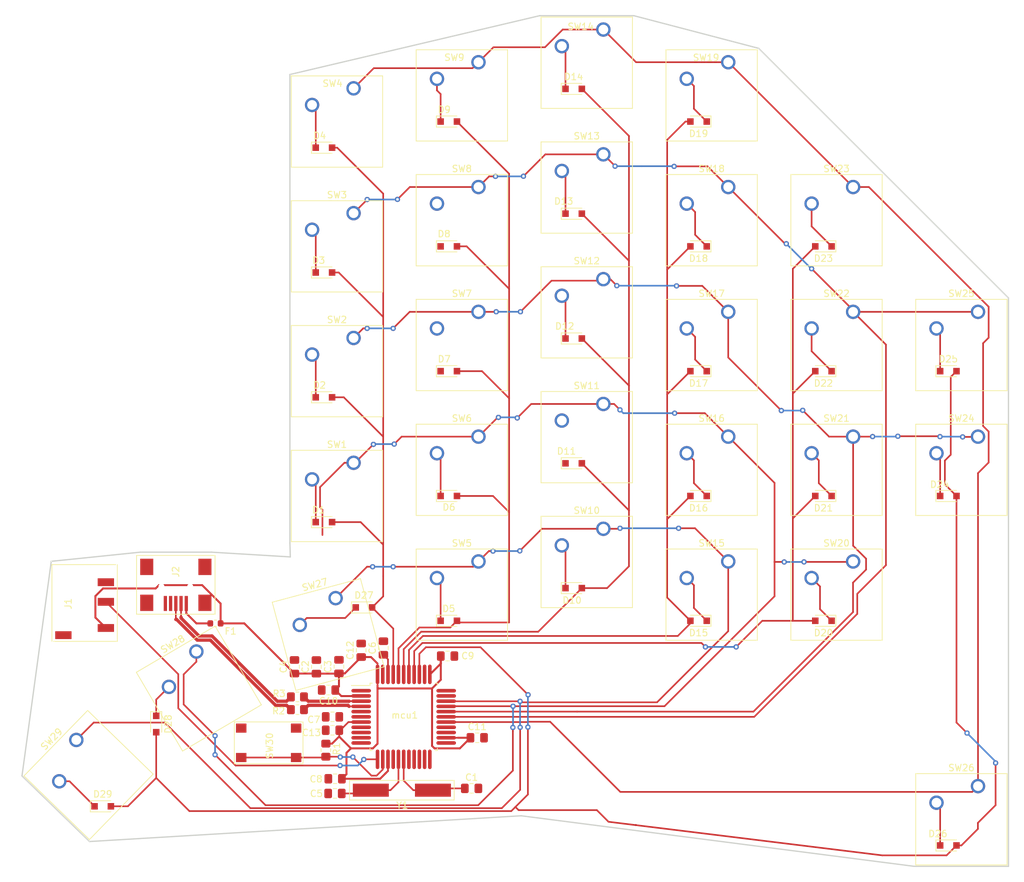
<source format=kicad_pcb>
(kicad_pcb (version 20171130) (host pcbnew 5.1.9)
  (layers (0 F.Cu signal) (31 B.Cu signal) (34 B.Paste user) (35 F.Paste user) (36 B.SilkS user) (37 F.SilkS user) (38 B.Mask user) (39 F.Mask user) (44 Edge.Cuts user))
  (net 0 "")
  (net 1 GND1)
  (net 2 "Net-(C1-Pad1)")
  (net 3 "Net-(C2-Pad2)")
  (net 4 "Net-(C5-Pad1)")
  (net 5 "Net-(C6-Pad1)")
  (net 6 "Net-(C7-Pad1)")
  (net 7 /Controller/col0)
  (net 8 /Controller/col1)
  (net 9 /Controller/col2)
  (net 10 /Controller/col3)
  (net 11 /Controller/col4)
  (net 12 /Controller/col5)
  (net 13 "Net-(J2-Pad4)")
  (net 14 /Controller/row4)
  (net 15 /Controller/row3)
  (net 16 /Controller/row2)
  (net 17 /Controller/row1)
  (net 18 /Controller/row0)
  (net 19 "Net-(mcu1-Pad25)")
  (net 20 "Net-(mcu1-Pad22)")
  (net 21 "Net-(mcu1-Pad21)")
  (net 22 "Net-(J1-PadR1)")
  (net 23 "Net-(mcu1-Pad19)")
  (net 24 "Net-(mcu1-Pad18)")
  (net 25 "Net-(R1-Pad2)")
  (net 26 "Net-(mcu1-Pad11)")
  (net 27 "Net-(mcu1-Pad10)")
  (net 28 "Net-(mcu1-Pad9)")
  (net 29 "Net-(mcu1-Pad8)")
  (net 30 "Net-(J1-PadR2)")
  (net 31 "Net-(D1-Pad1)")
  (net 32 "Net-(D2-Pad1)")
  (net 33 "Net-(D3-Pad1)")
  (net 34 "Net-(D4-Pad1)")
  (net 35 "Net-(D5-Pad1)")
  (net 36 "Net-(D6-Pad1)")
  (net 37 "Net-(D7-Pad1)")
  (net 38 "Net-(D8-Pad1)")
  (net 39 "Net-(D9-Pad1)")
  (net 40 "Net-(D10-Pad1)")
  (net 41 "Net-(D11-Pad1)")
  (net 42 "Net-(D12-Pad1)")
  (net 43 "Net-(D13-Pad1)")
  (net 44 "Net-(D14-Pad1)")
  (net 45 "Net-(D15-Pad1)")
  (net 46 "Net-(D16-Pad1)")
  (net 47 "Net-(D17-Pad1)")
  (net 48 "Net-(D18-Pad1)")
  (net 49 "Net-(D19-Pad1)")
  (net 50 "Net-(D20-Pad1)")
  (net 51 "Net-(D21-Pad1)")
  (net 52 "Net-(D22-Pad1)")
  (net 53 "Net-(D23-Pad1)")
  (net 54 "Net-(D24-Pad1)")
  (net 55 "Net-(D25-Pad1)")
  (net 56 "Net-(D26-Pad1)")
  (net 57 "Net-(D27-Pad1)")
  (net 58 "Net-(D28-Pad1)")
  (net 59 "Net-(D29-Pad1)")
  (net 60 "Net-(mcu1-Pad26)")
  (net 61 "Net-(mcu1-Pad1)")
  (net 62 "Net-(mcu1-Pad32)")
  (net 63 /Controller/USB_FULL_P)
  (net 64 /Controller/USB_FULL_N)
  (net 65 /Controller/USB_FULL1_P)
  (net 66 /Controller/USB_FULL1_N)
  (net 67 "Net-(mcu1-Pad20)")
  (net 68 /Controller/VBUS)
  (net 69 UVCC)
  (module Capacitor_SMD:C_0805_2012Metric_Pad1.18x1.45mm_HandSolder (layer F.Cu) (at 7.1 4.1625 90)
    (fp_text reference C6 (at 0 -1.68 90) (layer F.SilkS))
    (fp_text value 0.1u)
    (pad 2 smd roundrect (at 1.0375 0 90) (size 1.175 1.45) (layers F.Cu F.Paste F.Mask) (roundrect_rratio 0.212766) (net 1 GND1))
    (pad 1 smd roundrect (at -1.0375 0 90) (size 1.175 1.45) (layers F.Cu F.Paste F.Mask) (roundrect_rratio 0.212766) (net 5 "Net-(C6-Pad1)"))
  )
  (module keyboard6:QFP-44_10x10_Pitch0.8mm_Hand_solder (layer F.Cu) (at 10.2 14.7)
    (fp_text reference mcu1 (at 0.15 -0.25) (layer F.SilkS))
    (fp_text value ATmega32U4-AU)
    (pad 44 smd oval (at -4 -6.5) (size 0.55 3) (layers F.Cu F.Paste F.Mask) (net 69 UVCC))
    (pad 43 smd oval (at -3.2 -6.5) (size 0.55 3) (layers F.Cu F.Paste F.Mask) (net 1 GND1))
    (pad 42 smd oval (at -2.4 -6.5) (size 0.55 3) (layers F.Cu F.Paste F.Mask) (net 5 "Net-(C6-Pad1)"))
    (pad 41 smd oval (at -1.6 -6.5) (size 0.55 3) (layers F.Cu F.Paste F.Mask) (net 12 /Controller/col5))
    (pad 40 smd oval (at -0.8 -6.5) (size 0.55 3) (layers F.Cu F.Paste F.Mask) (net 11 /Controller/col4))
    (pad 39 smd oval (at 0 -6.5) (size 0.55 3) (layers F.Cu F.Paste F.Mask) (net 10 /Controller/col3))
    (pad 38 smd oval (at 0.8 -6.5) (size 0.55 3) (layers F.Cu F.Paste F.Mask) (net 9 /Controller/col2))
    (pad 37 smd oval (at 1.6 -6.5) (size 0.55 3) (layers F.Cu F.Paste F.Mask) (net 8 /Controller/col1))
    (pad 36 smd oval (at 2.4 -6.5) (size 0.55 3) (layers F.Cu F.Paste F.Mask) (net 7 /Controller/col0))
    (pad 35 smd oval (at 3.2 -6.5) (size 0.55 3) (layers F.Cu F.Paste F.Mask) (net 1 GND1))
    (pad 34 smd oval (at 4 -6.5) (size 0.55 3) (layers F.Cu F.Paste F.Mask) (net 69 UVCC))
    (pad 33 smd oval (at 6.5 -4 90) (size 0.55 3) (layers F.Cu F.Paste F.Mask) (net 1 GND1))
    (pad 32 smd oval (at 6.5 -3.2 90) (size 0.55 3) (layers F.Cu F.Paste F.Mask) (net 62 "Net-(mcu1-Pad32)"))
    (pad 31 smd oval (at 6.5 -2.4 90) (size 0.55 3) (layers F.Cu F.Paste F.Mask) (net 14 /Controller/row4))
    (pad 30 smd oval (at 6.5 -1.6 90) (size 0.55 3) (layers F.Cu F.Paste F.Mask) (net 15 /Controller/row3))
    (pad 29 smd oval (at 6.5 -0.8 90) (size 0.55 3) (layers F.Cu F.Paste F.Mask) (net 16 /Controller/row2))
    (pad 28 smd oval (at 6.5 0 90) (size 0.55 3) (layers F.Cu F.Paste F.Mask) (net 17 /Controller/row1))
    (pad 27 smd oval (at 6.5 0.8 90) (size 0.55 3) (layers F.Cu F.Paste F.Mask) (net 18 /Controller/row0))
    (pad 26 smd oval (at 6.5 1.6 90) (size 0.55 3) (layers F.Cu F.Paste F.Mask) (net 60 "Net-(mcu1-Pad26)"))
    (pad 25 smd oval (at 6.5 2.4 90) (size 0.55 3) (layers F.Cu F.Paste F.Mask) (net 19 "Net-(mcu1-Pad25)"))
    (pad 24 smd oval (at 6.5 3.2 90) (size 0.55 3) (layers F.Cu F.Paste F.Mask) (net 69 UVCC))
    (pad 23 smd oval (at 6.5 4 90) (size 0.55 3) (layers F.Cu F.Paste F.Mask) (net 1 GND1))
    (pad 22 smd oval (at 4 6.5) (size 0.55 3) (layers F.Cu F.Paste F.Mask) (net 20 "Net-(mcu1-Pad22)"))
    (pad 21 smd oval (at 3.2 6.5) (size 0.55 3) (layers F.Cu F.Paste F.Mask) (net 21 "Net-(mcu1-Pad21)"))
    (pad 20 smd oval (at 2.4 6.5) (size 0.55 3) (layers F.Cu F.Paste F.Mask) (net 67 "Net-(mcu1-Pad20)"))
    (pad 19 smd oval (at 1.6 6.5) (size 0.55 3) (layers F.Cu F.Paste F.Mask) (net 23 "Net-(mcu1-Pad19)"))
    (pad 18 smd oval (at 0.8 6.5) (size 0.55 3) (layers F.Cu F.Paste F.Mask) (net 24 "Net-(mcu1-Pad18)"))
    (pad 17 smd oval (at 0 6.5) (size 0.55 3) (layers F.Cu F.Paste F.Mask) (net 2 "Net-(C1-Pad1)"))
    (pad 16 smd oval (at -0.8 6.5) (size 0.55 3) (layers F.Cu F.Paste F.Mask) (net 4 "Net-(C5-Pad1)"))
    (pad 15 smd oval (at -1.6 6.5) (size 0.55 3) (layers F.Cu F.Paste F.Mask) (net 1 GND1))
    (pad 14 smd oval (at -2.4 6.5) (size 0.55 3) (layers F.Cu F.Paste F.Mask) (net 69 UVCC))
    (pad 13 smd oval (at -3.2 6.5) (size 0.55 3) (layers F.Cu F.Paste F.Mask) (net 25 "Net-(R1-Pad2)"))
    (pad 12 smd oval (at -4 6.5) (size 0.55 3) (layers F.Cu F.Paste F.Mask) (net 22 "Net-(J1-PadR1)"))
    (pad 11 smd oval (at -6.5 4 90) (size 0.55 3) (layers F.Cu F.Paste F.Mask) (net 26 "Net-(mcu1-Pad11)"))
    (pad 10 smd oval (at -6.5 3.2 90) (size 0.55 3) (layers F.Cu F.Paste F.Mask) (net 27 "Net-(mcu1-Pad10)"))
    (pad 9 smd oval (at -6.5 2.4 90) (size 0.55 3) (layers F.Cu F.Paste F.Mask) (net 28 "Net-(mcu1-Pad9)"))
    (pad 8 smd oval (at -6.5 1.6 90) (size 0.55 3) (layers F.Cu F.Paste F.Mask) (net 29 "Net-(mcu1-Pad8)"))
    (pad 7 smd oval (at -6.5 0.8 90) (size 0.55 3) (layers F.Cu F.Paste F.Mask) (net 69 UVCC))
    (pad 6 smd oval (at -6.5 0 90) (size 0.55 3) (layers F.Cu F.Paste F.Mask) (net 6 "Net-(C7-Pad1)"))
    (pad 5 smd oval (at -6.5 -0.8 90) (size 0.55 3) (layers F.Cu F.Paste F.Mask) (net 1 GND1))
    (pad 4 smd oval (at -6.5 -1.6 90) (size 0.55 3) (layers F.Cu F.Paste F.Mask) (net 63 /Controller/USB_FULL_P))
    (pad 3 smd oval (at -6.5 -2.4 90) (size 0.55 3) (layers F.Cu F.Paste F.Mask) (net 64 /Controller/USB_FULL_N))
    (pad 2 smd oval (at -6.5 -3.2 90) (size 0.55 3) (layers F.Cu F.Paste F.Mask) (net 69 UVCC))
    (pad 1 smd oval (at -6.5 -4 90) (size 0.55 3) (layers F.Cu F.Paste F.Mask) (net 61 "Net-(mcu1-Pad1)"))
  )
  (module Capacitor_SMD:C_0805_2012Metric_Pad1.18x1.45mm_HandSolder (layer F.Cu) (at 16.9125 5.4)
    (fp_text reference C9 (at 3.0875 -0.025) (layer F.SilkS))
    (fp_text value 0.1u)
    (pad 2 smd roundrect (at 1.0375 0) (size 1.175 1.45) (layers F.Cu F.Paste F.Mask) (roundrect_rratio 0.212766) (net 1 GND1))
    (pad 1 smd roundrect (at -1.0375 0) (size 1.175 1.45) (layers F.Cu F.Paste F.Mask) (roundrect_rratio 0.212766) (net 69 UVCC))
  )
  (module Capacitor_SMD:C_0805_2012Metric_Pad1.18x1.45mm_HandSolder (layer F.Cu) (at -0.6875 16.75 180)
    (fp_text reference C13 (at 3.2125 -0.375) (layer F.SilkS))
    (fp_text value 0.1u)
    (pad 2 smd roundrect (at 1.0375 0 180) (size 1.175 1.45) (layers F.Cu F.Paste F.Mask) (roundrect_rratio 0.212766) (net 1 GND1))
    (pad 1 smd roundrect (at -1.0375 0 180) (size 1.175 1.45) (layers F.Cu F.Paste F.Mask) (roundrect_rratio 0.212766) (net 69 UVCC))
  )
  (module Capacitor_SMD:C_0805_2012Metric_Pad1.18x1.45mm_HandSolder (layer F.Cu) (at 3.7 4.5125 90)
    (fp_text reference C12 (at 0 -1.68 90) (layer F.SilkS))
    (fp_text value 0.1u)
    (pad 2 smd roundrect (at 1.0375 0 90) (size 1.175 1.45) (layers F.Cu F.Paste F.Mask) (roundrect_rratio 0.212766) (net 1 GND1))
    (pad 1 smd roundrect (at -1.0375 0 90) (size 1.175 1.45) (layers F.Cu F.Paste F.Mask) (roundrect_rratio 0.212766) (net 69 UVCC))
  )
  (module Capacitor_SMD:C_0805_2012Metric_Pad1.18x1.45mm_HandSolder (layer F.Cu) (at 21.45 17.9)
    (fp_text reference C11 (at 0 -1.68) (layer F.SilkS))
    (fp_text value 0.1u)
    (pad 2 smd roundrect (at 1.0375 0) (size 1.175 1.45) (layers F.Cu F.Paste F.Mask) (roundrect_rratio 0.212766) (net 1 GND1))
    (pad 1 smd roundrect (at -1.0375 0) (size 1.175 1.45) (layers F.Cu F.Paste F.Mask) (roundrect_rratio 0.212766) (net 69 UVCC))
  )
  (module Capacitor_SMD:C_0805_2012Metric_Pad1.18x1.45mm_HandSolder (layer F.Cu) (at -1.3 10.6 180)
    (fp_text reference C10 (at 0 -1.68) (layer F.SilkS))
    (fp_text value 0.1u)
    (pad 2 smd roundrect (at 1.0375 0 180) (size 1.175 1.45) (layers F.Cu F.Paste F.Mask) (roundrect_rratio 0.212766) (net 1 GND1))
    (pad 1 smd roundrect (at -1.0375 0 180) (size 1.175 1.45) (layers F.Cu F.Paste F.Mask) (roundrect_rratio 0.212766) (net 69 UVCC))
  )
  (module Capacitor_SMD:C_0805_2012Metric_Pad1.18x1.45mm_HandSolder (layer F.Cu) (at -0.2875 24.175 180)
    (fp_text reference C8 (at 2.9125 -0.05) (layer F.SilkS))
    (fp_text value 0.1u)
    (pad 2 smd roundrect (at 1.0375 0 180) (size 1.175 1.45) (layers F.Cu F.Paste F.Mask) (roundrect_rratio 0.212766) (net 1 GND1))
    (pad 1 smd roundrect (at -1.0375 0 180) (size 1.175 1.45) (layers F.Cu F.Paste F.Mask) (roundrect_rratio 0.212766) (net 69 UVCC))
  )
  (module keyboard6:SW_Cherry_MX_1.00u_PCB_centered (layer F.Cu) (at -1.35 2.1 15)
    (fp_text reference SW27 (at 0 -7.874 195) (layer F.SilkS))
    (fp_text value SW_DIP_x01)
    (pad 1 thru_hole circle (at 2.54 -5.08 15) (size 2.2 2.2) (drill 1.5) (layers *.Cu *.Mask) (net 14 /Controller/row4))
    (pad 2 thru_hole circle (at -3.81 -2.54 15) (size 2.2 2.2) (drill 1.5) (layers *.Cu *.Mask) (net 57 "Net-(D27-Pad1)"))
    (pad "" np_thru_hole circle (at 0 0 15) (size 4 4) (drill 4) (layers *.Cu *.Mask))
    (pad "" np_thru_hole circle (at -5.08 0 15) (size 1.7 1.7) (drill 1.7) (layers *.Cu *.Mask))
    (pad "" np_thru_hole circle (at 5.08 0 15) (size 1.7 1.7) (drill 1.7) (layers *.Cu *.Mask))
  )
  (module keyboard6:SW_E_SW_TL_3303 (layer F.Cu) (at -10.45 18.675 270)
    (fp_text reference SW30 (at 0.45 -0.15 90) (layer F.SilkS))
    (fp_text value SW_Push_Dual)
    (pad 4 smd rect (at 2.25 4.2 270) (size 1.4 1.6) (layers F.Cu F.Paste F.Mask) (net 25 "Net-(R1-Pad2)"))
    (pad 3 smd rect (at -2.25 4.2 270) (size 1.4 1.6) (layers F.Cu F.Paste F.Mask) (net 1 GND1))
    (pad 2 smd rect (at 2.25 -4.2 270) (size 1.4 1.6) (layers F.Cu F.Paste F.Mask) (net 25 "Net-(R1-Pad2)"))
    (pad 1 smd rect (at -2.25 -4.2 270) (size 1.4 1.6) (layers F.Cu F.Paste F.Mask) (net 1 GND1))
  )
  (module keyboard6:SW_Cherry_MX_1.00u_PCB_centered (layer F.Cu) (at -21.1272 10.373 30.4)
    (fp_text reference SW28 (at 0 -7.874 210.4) (layer F.SilkS))
    (fp_text value SW_DIP_x01)
    (pad 1 thru_hole circle (at 2.54 -5.08 30.4) (size 2.2 2.2) (drill 1.5) (layers *.Cu *.Mask) (net 15 /Controller/row3))
    (pad 2 thru_hole circle (at -3.81 -2.54 30.4) (size 2.2 2.2) (drill 1.5) (layers *.Cu *.Mask) (net 58 "Net-(D28-Pad1)"))
    (pad "" np_thru_hole circle (at 0 0 30.4) (size 4 4) (drill 4) (layers *.Cu *.Mask))
    (pad "" np_thru_hole circle (at -5.08 0 30.4) (size 1.7 1.7) (drill 1.7) (layers *.Cu *.Mask))
    (pad "" np_thru_hole circle (at 5.08 0 30.4) (size 1.7 1.7) (drill 1.7) (layers *.Cu *.Mask))
  )
  (module keyboard6:SW_Cherry_MX_1.00u_PCB_centered (layer F.Cu) (at 19.1 -42.2)
    (fp_text reference SW7 (at 0 -7.874 180) (layer F.SilkS))
    (fp_text value SW_DIP_x01)
    (pad 1 thru_hole circle (at 2.54 -5.08) (size 2.2 2.2) (drill 1.5) (layers *.Cu *.Mask) (net 16 /Controller/row2))
    (pad 2 thru_hole circle (at -3.81 -2.54) (size 2.2 2.2) (drill 1.5) (layers *.Cu *.Mask) (net 37 "Net-(D7-Pad1)"))
    (pad "" np_thru_hole circle (at 0 0) (size 4 4) (drill 4) (layers *.Cu *.Mask))
    (pad "" np_thru_hole circle (at -5.08 0) (size 1.7 1.7) (drill 1.7) (layers *.Cu *.Mask))
    (pad "" np_thru_hole circle (at 5.08 0) (size 1.7 1.7) (drill 1.7) (layers *.Cu *.Mask))
  )
  (module Diode_SMD:D_SOD-323_HandSoldering (layer F.Cu) (at -2 -72.4)
    (fp_text reference D4 (at -0.65 -1.825 180) (layer F.SilkS))
    (fp_text value DIODE)
    (pad 2 smd rect (at 1.25 0) (size 1 1) (layers F.Cu F.Paste F.Mask) (net 12 /Controller/col5))
    (pad 1 smd rect (at -1.25 0) (size 1 1) (layers F.Cu F.Paste F.Mask) (net 34 "Net-(D4-Pad1)"))
  )
  (module keyboard6:SW_Cherry_MX_1.00u_PCB_centered (layer F.Cu) (at 38.2 -9)
    (fp_text reference SW10 (at 0 -7.874 180) (layer F.SilkS))
    (fp_text value SW_DIP_x01)
    (pad 1 thru_hole circle (at 2.54 -5.08) (size 2.2 2.2) (drill 1.5) (layers *.Cu *.Mask) (net 14 /Controller/row4))
    (pad 2 thru_hole circle (at -3.81 -2.54) (size 2.2 2.2) (drill 1.5) (layers *.Cu *.Mask) (net 40 "Net-(D10-Pad1)"))
    (pad "" np_thru_hole circle (at 0 0) (size 4 4) (drill 4) (layers *.Cu *.Mask))
    (pad "" np_thru_hole circle (at -5.08 0) (size 1.7 1.7) (drill 1.7) (layers *.Cu *.Mask))
    (pad "" np_thru_hole circle (at 5.08 0) (size 1.7 1.7) (drill 1.7) (layers *.Cu *.Mask))
  )
  (module keyboard6:SW_Cherry_MX_1.00u_PCB_centered (layer F.Cu) (at 0 -57.3)
    (fp_text reference SW3 (at 0 -7.874 180) (layer F.SilkS))
    (fp_text value SW_DIP_x01)
    (pad 1 thru_hole circle (at 2.54 -5.08) (size 2.2 2.2) (drill 1.5) (layers *.Cu *.Mask) (net 17 /Controller/row1))
    (pad 2 thru_hole circle (at -3.81 -2.54) (size 2.2 2.2) (drill 1.5) (layers *.Cu *.Mask) (net 33 "Net-(D3-Pad1)"))
    (pad "" np_thru_hole circle (at 0 0) (size 4 4) (drill 4) (layers *.Cu *.Mask))
    (pad "" np_thru_hole circle (at -5.08 0) (size 1.7 1.7) (drill 1.7) (layers *.Cu *.Mask))
    (pad "" np_thru_hole circle (at 5.08 0) (size 1.7 1.7) (drill 1.7) (layers *.Cu *.Mask))
  )
  (module Diode_SMD:D_SOD-323_HandSoldering (layer F.Cu) (at 4.12 -2.04)
    (fp_text reference D27 (at 0 -1.85) (layer F.SilkS))
    (fp_text value DIODE)
    (pad 2 smd rect (at 1.25 0) (size 1 1) (layers F.Cu F.Paste F.Mask) (net 12 /Controller/col5))
    (pad 1 smd rect (at -1.25 0) (size 1 1) (layers F.Cu F.Paste F.Mask) (net 57 "Net-(D27-Pad1)"))
  )
  (module keyboard6:SW_Cherry_MX_1.00u_PCB_centered (layer F.Cu) (at -37.9973 23.6009 45.8)
    (fp_text reference SW29 (at 0 -7.874 225.8) (layer F.SilkS))
    (fp_text value SW_DIP_x01)
    (pad 1 thru_hole circle (at 2.54 -5.08 45.8) (size 2.2 2.2) (drill 1.5) (layers *.Cu *.Mask) (net 14 /Controller/row4))
    (pad 2 thru_hole circle (at -3.81 -2.54 45.8) (size 2.2 2.2) (drill 1.5) (layers *.Cu *.Mask) (net 59 "Net-(D29-Pad1)"))
    (pad "" np_thru_hole circle (at 0 0 45.8) (size 4 4) (drill 4) (layers *.Cu *.Mask))
    (pad "" np_thru_hole circle (at -5.08 0 45.8) (size 1.7 1.7) (drill 1.7) (layers *.Cu *.Mask))
    (pad "" np_thru_hole circle (at 5.08 0 45.8) (size 1.7 1.7) (drill 1.7) (layers *.Cu *.Mask))
  )
  (module keyboard6:SW_Cherry_MX_1.00u_PCB_centered (layer F.Cu) (at 95.5 30.38)
    (fp_text reference SW26 (at 0 -7.874 180) (layer F.SilkS))
    (fp_text value SW_DIP_x01)
    (pad 1 thru_hole circle (at 2.54 -5.08) (size 2.2 2.2) (drill 1.5) (layers *.Cu *.Mask) (net 18 /Controller/row0))
    (pad 2 thru_hole circle (at -3.81 -2.54) (size 2.2 2.2) (drill 1.5) (layers *.Cu *.Mask) (net 56 "Net-(D26-Pad1)"))
    (pad "" np_thru_hole circle (at 0 0) (size 4 4) (drill 4) (layers *.Cu *.Mask))
    (pad "" np_thru_hole circle (at -5.08 0) (size 1.7 1.7) (drill 1.7) (layers *.Cu *.Mask))
    (pad "" np_thru_hole circle (at 5.08 0) (size 1.7 1.7) (drill 1.7) (layers *.Cu *.Mask))
  )
  (module keyboard6:SW_Cherry_MX_1.00u_PCB_centered (layer F.Cu) (at 95.5 -42.2)
    (fp_text reference SW25 (at 0 -7.874 180) (layer F.SilkS))
    (fp_text value SW_DIP_x01)
    (pad 1 thru_hole circle (at 2.54 -5.08) (size 2.2 2.2) (drill 1.5) (layers *.Cu *.Mask) (net 17 /Controller/row1))
    (pad 2 thru_hole circle (at -3.81 -2.54) (size 2.2 2.2) (drill 1.5) (layers *.Cu *.Mask) (net 55 "Net-(D25-Pad1)"))
    (pad "" np_thru_hole circle (at 0 0) (size 4 4) (drill 4) (layers *.Cu *.Mask))
    (pad "" np_thru_hole circle (at -5.08 0) (size 1.7 1.7) (drill 1.7) (layers *.Cu *.Mask))
    (pad "" np_thru_hole circle (at 5.08 0) (size 1.7 1.7) (drill 1.7) (layers *.Cu *.Mask))
  )
  (module keyboard6:SW_Cherry_MX_1.00u_PCB_centered (layer F.Cu) (at 95.5 -23.1)
    (fp_text reference SW24 (at 0 -7.874 180) (layer F.SilkS))
    (fp_text value SW_DIP_x01)
    (pad 1 thru_hole circle (at 2.54 -5.08) (size 2.2 2.2) (drill 1.5) (layers *.Cu *.Mask) (net 16 /Controller/row2))
    (pad 2 thru_hole circle (at -3.81 -2.54) (size 2.2 2.2) (drill 1.5) (layers *.Cu *.Mask) (net 54 "Net-(D24-Pad1)"))
    (pad "" np_thru_hole circle (at 0 0) (size 4 4) (drill 4) (layers *.Cu *.Mask))
    (pad "" np_thru_hole circle (at -5.08 0) (size 1.7 1.7) (drill 1.7) (layers *.Cu *.Mask))
    (pad "" np_thru_hole circle (at 5.08 0) (size 1.7 1.7) (drill 1.7) (layers *.Cu *.Mask))
  )
  (module keyboard6:SW_Cherry_MX_1.00u_PCB_centered (layer F.Cu) (at 76.4 -61.3)
    (fp_text reference SW23 (at 0 -7.874 180) (layer F.SilkS))
    (fp_text value SW_DIP_x01)
    (pad 1 thru_hole circle (at 2.54 -5.08) (size 2.2 2.2) (drill 1.5) (layers *.Cu *.Mask) (net 18 /Controller/row0))
    (pad 2 thru_hole circle (at -3.81 -2.54) (size 2.2 2.2) (drill 1.5) (layers *.Cu *.Mask) (net 53 "Net-(D23-Pad1)"))
    (pad "" np_thru_hole circle (at 0 0) (size 4 4) (drill 4) (layers *.Cu *.Mask))
    (pad "" np_thru_hole circle (at -5.08 0) (size 1.7 1.7) (drill 1.7) (layers *.Cu *.Mask))
    (pad "" np_thru_hole circle (at 5.08 0) (size 1.7 1.7) (drill 1.7) (layers *.Cu *.Mask))
  )
  (module keyboard6:SW_Cherry_MX_1.00u_PCB_centered (layer F.Cu) (at 76.4 -42.2)
    (fp_text reference SW22 (at 0 -7.874 180) (layer F.SilkS))
    (fp_text value SW_DIP_x01)
    (pad 1 thru_hole circle (at 2.54 -5.08) (size 2.2 2.2) (drill 1.5) (layers *.Cu *.Mask) (net 17 /Controller/row1))
    (pad 2 thru_hole circle (at -3.81 -2.54) (size 2.2 2.2) (drill 1.5) (layers *.Cu *.Mask) (net 52 "Net-(D22-Pad1)"))
    (pad "" np_thru_hole circle (at 0 0) (size 4 4) (drill 4) (layers *.Cu *.Mask))
    (pad "" np_thru_hole circle (at -5.08 0) (size 1.7 1.7) (drill 1.7) (layers *.Cu *.Mask))
    (pad "" np_thru_hole circle (at 5.08 0) (size 1.7 1.7) (drill 1.7) (layers *.Cu *.Mask))
  )
  (module keyboard6:SW_Cherry_MX_1.00u_PCB_centered (layer F.Cu) (at 76.4 -23.1)
    (fp_text reference SW21 (at 0 -7.874 180) (layer F.SilkS))
    (fp_text value SW_DIP_x01)
    (pad 1 thru_hole circle (at 2.54 -5.08) (size 2.2 2.2) (drill 1.5) (layers *.Cu *.Mask) (net 16 /Controller/row2))
    (pad 2 thru_hole circle (at -3.81 -2.54) (size 2.2 2.2) (drill 1.5) (layers *.Cu *.Mask) (net 51 "Net-(D21-Pad1)"))
    (pad "" np_thru_hole circle (at 0 0) (size 4 4) (drill 4) (layers *.Cu *.Mask))
    (pad "" np_thru_hole circle (at -5.08 0) (size 1.7 1.7) (drill 1.7) (layers *.Cu *.Mask))
    (pad "" np_thru_hole circle (at 5.08 0) (size 1.7 1.7) (drill 1.7) (layers *.Cu *.Mask))
  )
  (module keyboard6:SW_Cherry_MX_1.00u_PCB_centered (layer F.Cu) (at 76.4 -4)
    (fp_text reference SW20 (at 0 -7.874 180) (layer F.SilkS))
    (fp_text value SW_DIP_x01)
    (pad 1 thru_hole circle (at 2.54 -5.08) (size 2.2 2.2) (drill 1.5) (layers *.Cu *.Mask) (net 15 /Controller/row3))
    (pad 2 thru_hole circle (at -3.81 -2.54) (size 2.2 2.2) (drill 1.5) (layers *.Cu *.Mask) (net 50 "Net-(D20-Pad1)"))
    (pad "" np_thru_hole circle (at 0 0) (size 4 4) (drill 4) (layers *.Cu *.Mask))
    (pad "" np_thru_hole circle (at -5.08 0) (size 1.7 1.7) (drill 1.7) (layers *.Cu *.Mask))
    (pad "" np_thru_hole circle (at 5.08 0) (size 1.7 1.7) (drill 1.7) (layers *.Cu *.Mask))
  )
  (module keyboard6:SW_Cherry_MX_1.00u_PCB_centered (layer F.Cu) (at 57.3 -80.4)
    (fp_text reference SW19 (at -0.85 -5.775 180) (layer F.SilkS))
    (fp_text value SW_DIP_x01)
    (pad 1 thru_hole circle (at 2.54 -5.08) (size 2.2 2.2) (drill 1.5) (layers *.Cu *.Mask) (net 18 /Controller/row0))
    (pad 2 thru_hole circle (at -3.81 -2.54) (size 2.2 2.2) (drill 1.5) (layers *.Cu *.Mask) (net 49 "Net-(D19-Pad1)"))
    (pad "" np_thru_hole circle (at 0 0) (size 4 4) (drill 4) (layers *.Cu *.Mask))
    (pad "" np_thru_hole circle (at -5.08 0) (size 1.7 1.7) (drill 1.7) (layers *.Cu *.Mask))
    (pad "" np_thru_hole circle (at 5.08 0) (size 1.7 1.7) (drill 1.7) (layers *.Cu *.Mask))
  )
  (module keyboard6:SW_Cherry_MX_1.00u_PCB_centered (layer F.Cu) (at 57.3 -61.3)
    (fp_text reference SW18 (at 0 -7.874 180) (layer F.SilkS))
    (fp_text value SW_DIP_x01)
    (pad 1 thru_hole circle (at 2.54 -5.08) (size 2.2 2.2) (drill 1.5) (layers *.Cu *.Mask) (net 17 /Controller/row1))
    (pad 2 thru_hole circle (at -3.81 -2.54) (size 2.2 2.2) (drill 1.5) (layers *.Cu *.Mask) (net 48 "Net-(D18-Pad1)"))
    (pad "" np_thru_hole circle (at 0 0) (size 4 4) (drill 4) (layers *.Cu *.Mask))
    (pad "" np_thru_hole circle (at -5.08 0) (size 1.7 1.7) (drill 1.7) (layers *.Cu *.Mask))
    (pad "" np_thru_hole circle (at 5.08 0) (size 1.7 1.7) (drill 1.7) (layers *.Cu *.Mask))
  )
  (module keyboard6:SW_Cherry_MX_1.00u_PCB_centered (layer F.Cu) (at 57.3 -42.2)
    (fp_text reference SW17 (at 0 -7.874 180) (layer F.SilkS))
    (fp_text value SW_DIP_x01)
    (pad 1 thru_hole circle (at 2.54 -5.08) (size 2.2 2.2) (drill 1.5) (layers *.Cu *.Mask) (net 16 /Controller/row2))
    (pad 2 thru_hole circle (at -3.81 -2.54) (size 2.2 2.2) (drill 1.5) (layers *.Cu *.Mask) (net 47 "Net-(D17-Pad1)"))
    (pad "" np_thru_hole circle (at 0 0) (size 4 4) (drill 4) (layers *.Cu *.Mask))
    (pad "" np_thru_hole circle (at -5.08 0) (size 1.7 1.7) (drill 1.7) (layers *.Cu *.Mask))
    (pad "" np_thru_hole circle (at 5.08 0) (size 1.7 1.7) (drill 1.7) (layers *.Cu *.Mask))
  )
  (module keyboard6:SW_Cherry_MX_1.00u_PCB_centered (layer F.Cu) (at 57.3 -23.1)
    (fp_text reference SW16 (at 0 -7.874 180) (layer F.SilkS))
    (fp_text value SW_DIP_x01)
    (pad 1 thru_hole circle (at 2.54 -5.08) (size 2.2 2.2) (drill 1.5) (layers *.Cu *.Mask) (net 15 /Controller/row3))
    (pad 2 thru_hole circle (at -3.81 -2.54) (size 2.2 2.2) (drill 1.5) (layers *.Cu *.Mask) (net 46 "Net-(D16-Pad1)"))
    (pad "" np_thru_hole circle (at 0 0) (size 4 4) (drill 4) (layers *.Cu *.Mask))
    (pad "" np_thru_hole circle (at -5.08 0) (size 1.7 1.7) (drill 1.7) (layers *.Cu *.Mask))
    (pad "" np_thru_hole circle (at 5.08 0) (size 1.7 1.7) (drill 1.7) (layers *.Cu *.Mask))
  )
  (module keyboard6:SW_Cherry_MX_1.00u_PCB_centered (layer F.Cu) (at 57.3 -4)
    (fp_text reference SW15 (at 0 -7.874 180) (layer F.SilkS))
    (fp_text value SW_DIP_x01)
    (pad 1 thru_hole circle (at 2.54 -5.08) (size 2.2 2.2) (drill 1.5) (layers *.Cu *.Mask) (net 14 /Controller/row4))
    (pad 2 thru_hole circle (at -3.81 -2.54) (size 2.2 2.2) (drill 1.5) (layers *.Cu *.Mask) (net 45 "Net-(D15-Pad1)"))
    (pad "" np_thru_hole circle (at 0 0) (size 4 4) (drill 4) (layers *.Cu *.Mask))
    (pad "" np_thru_hole circle (at -5.08 0) (size 1.7 1.7) (drill 1.7) (layers *.Cu *.Mask))
    (pad "" np_thru_hole circle (at 5.08 0) (size 1.7 1.7) (drill 1.7) (layers *.Cu *.Mask))
  )
  (module keyboard6:SW_Cherry_MX_1.00u_PCB_centered (layer F.Cu) (at 38.2 -85.4)
    (fp_text reference SW14 (at -0.925 -5.525 180) (layer F.SilkS))
    (fp_text value SW_DIP_x01)
    (pad 1 thru_hole circle (at 2.54 -5.08) (size 2.2 2.2) (drill 1.5) (layers *.Cu *.Mask) (net 18 /Controller/row0))
    (pad 2 thru_hole circle (at -3.81 -2.54) (size 2.2 2.2) (drill 1.5) (layers *.Cu *.Mask) (net 44 "Net-(D14-Pad1)"))
    (pad "" np_thru_hole circle (at 0 0) (size 4 4) (drill 4) (layers *.Cu *.Mask))
    (pad "" np_thru_hole circle (at -5.08 0) (size 1.7 1.7) (drill 1.7) (layers *.Cu *.Mask))
    (pad "" np_thru_hole circle (at 5.08 0) (size 1.7 1.7) (drill 1.7) (layers *.Cu *.Mask))
  )
  (module keyboard6:SW_Cherry_MX_1.00u_PCB_centered (layer F.Cu) (at 38.2 -66.3)
    (fp_text reference SW13 (at 0 -7.874 180) (layer F.SilkS))
    (fp_text value SW_DIP_x01)
    (pad 1 thru_hole circle (at 2.54 -5.08) (size 2.2 2.2) (drill 1.5) (layers *.Cu *.Mask) (net 17 /Controller/row1))
    (pad 2 thru_hole circle (at -3.81 -2.54) (size 2.2 2.2) (drill 1.5) (layers *.Cu *.Mask) (net 43 "Net-(D13-Pad1)"))
    (pad "" np_thru_hole circle (at 0 0) (size 4 4) (drill 4) (layers *.Cu *.Mask))
    (pad "" np_thru_hole circle (at -5.08 0) (size 1.7 1.7) (drill 1.7) (layers *.Cu *.Mask))
    (pad "" np_thru_hole circle (at 5.08 0) (size 1.7 1.7) (drill 1.7) (layers *.Cu *.Mask))
  )
  (module keyboard6:SW_Cherry_MX_1.00u_PCB_centered (layer F.Cu) (at 38.2 -47.2)
    (fp_text reference SW12 (at 0 -7.874 180) (layer F.SilkS))
    (fp_text value SW_DIP_x01)
    (pad 1 thru_hole circle (at 2.54 -5.08) (size 2.2 2.2) (drill 1.5) (layers *.Cu *.Mask) (net 16 /Controller/row2))
    (pad 2 thru_hole circle (at -3.81 -2.54) (size 2.2 2.2) (drill 1.5) (layers *.Cu *.Mask) (net 42 "Net-(D12-Pad1)"))
    (pad "" np_thru_hole circle (at 0 0) (size 4 4) (drill 4) (layers *.Cu *.Mask))
    (pad "" np_thru_hole circle (at -5.08 0) (size 1.7 1.7) (drill 1.7) (layers *.Cu *.Mask))
    (pad "" np_thru_hole circle (at 5.08 0) (size 1.7 1.7) (drill 1.7) (layers *.Cu *.Mask))
  )
  (module keyboard6:SW_Cherry_MX_1.00u_PCB_centered (layer F.Cu) (at 38.2 -28.1)
    (fp_text reference SW11 (at 0 -7.874 180) (layer F.SilkS))
    (fp_text value SW_DIP_x01)
    (pad 1 thru_hole circle (at 2.54 -5.08) (size 2.2 2.2) (drill 1.5) (layers *.Cu *.Mask) (net 15 /Controller/row3))
    (pad 2 thru_hole circle (at -3.81 -2.54) (size 2.2 2.2) (drill 1.5) (layers *.Cu *.Mask) (net 41 "Net-(D11-Pad1)"))
    (pad "" np_thru_hole circle (at 0 0) (size 4 4) (drill 4) (layers *.Cu *.Mask))
    (pad "" np_thru_hole circle (at -5.08 0) (size 1.7 1.7) (drill 1.7) (layers *.Cu *.Mask))
    (pad "" np_thru_hole circle (at 5.08 0) (size 1.7 1.7) (drill 1.7) (layers *.Cu *.Mask))
  )
  (module keyboard6:SW_Cherry_MX_1.00u_PCB_centered (layer F.Cu) (at 19.1 -80.4)
    (fp_text reference SW9 (at -1.15 -5.8 180) (layer F.SilkS))
    (fp_text value SW_DIP_x01)
    (pad 1 thru_hole circle (at 2.54 -5.08) (size 2.2 2.2) (drill 1.5) (layers *.Cu *.Mask) (net 18 /Controller/row0))
    (pad 2 thru_hole circle (at -3.81 -2.54) (size 2.2 2.2) (drill 1.5) (layers *.Cu *.Mask) (net 39 "Net-(D9-Pad1)"))
    (pad "" np_thru_hole circle (at 0 0) (size 4 4) (drill 4) (layers *.Cu *.Mask))
    (pad "" np_thru_hole circle (at -5.08 0) (size 1.7 1.7) (drill 1.7) (layers *.Cu *.Mask))
    (pad "" np_thru_hole circle (at 5.08 0) (size 1.7 1.7) (drill 1.7) (layers *.Cu *.Mask))
  )
  (module keyboard6:SW_Cherry_MX_1.00u_PCB_centered (layer F.Cu) (at 19.1 -61.3)
    (fp_text reference SW8 (at 0 -7.874 180) (layer F.SilkS))
    (fp_text value SW_DIP_x01)
    (pad 1 thru_hole circle (at 2.54 -5.08) (size 2.2 2.2) (drill 1.5) (layers *.Cu *.Mask) (net 17 /Controller/row1))
    (pad 2 thru_hole circle (at -3.81 -2.54) (size 2.2 2.2) (drill 1.5) (layers *.Cu *.Mask) (net 38 "Net-(D8-Pad1)"))
    (pad "" np_thru_hole circle (at 0 0) (size 4 4) (drill 4) (layers *.Cu *.Mask))
    (pad "" np_thru_hole circle (at -5.08 0) (size 1.7 1.7) (drill 1.7) (layers *.Cu *.Mask))
    (pad "" np_thru_hole circle (at 5.08 0) (size 1.7 1.7) (drill 1.7) (layers *.Cu *.Mask))
  )
  (module keyboard6:SW_Cherry_MX_1.00u_PCB_centered (layer F.Cu) (at 19.1 -23.1)
    (fp_text reference SW6 (at 0 -7.874 180) (layer F.SilkS))
    (fp_text value SW_DIP_x01)
    (pad 1 thru_hole circle (at 2.54 -5.08) (size 2.2 2.2) (drill 1.5) (layers *.Cu *.Mask) (net 15 /Controller/row3))
    (pad 2 thru_hole circle (at -3.81 -2.54) (size 2.2 2.2) (drill 1.5) (layers *.Cu *.Mask) (net 36 "Net-(D6-Pad1)"))
    (pad "" np_thru_hole circle (at 0 0) (size 4 4) (drill 4) (layers *.Cu *.Mask))
    (pad "" np_thru_hole circle (at -5.08 0) (size 1.7 1.7) (drill 1.7) (layers *.Cu *.Mask))
    (pad "" np_thru_hole circle (at 5.08 0) (size 1.7 1.7) (drill 1.7) (layers *.Cu *.Mask))
  )
  (module keyboard6:SW_Cherry_MX_1.00u_PCB_centered (layer F.Cu) (at 19.1 -4)
    (fp_text reference SW5 (at 0 -7.874 180) (layer F.SilkS))
    (fp_text value SW_DIP_x01)
    (pad 1 thru_hole circle (at 2.54 -5.08) (size 2.2 2.2) (drill 1.5) (layers *.Cu *.Mask) (net 14 /Controller/row4))
    (pad 2 thru_hole circle (at -3.81 -2.54) (size 2.2 2.2) (drill 1.5) (layers *.Cu *.Mask) (net 35 "Net-(D5-Pad1)"))
    (pad "" np_thru_hole circle (at 0 0) (size 4 4) (drill 4) (layers *.Cu *.Mask))
    (pad "" np_thru_hole circle (at -5.08 0) (size 1.7 1.7) (drill 1.7) (layers *.Cu *.Mask))
    (pad "" np_thru_hole circle (at 5.08 0) (size 1.7 1.7) (drill 1.7) (layers *.Cu *.Mask))
  )
  (module keyboard6:SW_Cherry_MX_1.00u_PCB_centered (layer F.Cu) (at 0 -76.4)
    (fp_text reference SW4 (at -0.675 -5.825 180) (layer F.SilkS))
    (fp_text value SW_DIP_x01)
    (pad 1 thru_hole circle (at 2.54 -5.08) (size 2.2 2.2) (drill 1.5) (layers *.Cu *.Mask) (net 18 /Controller/row0))
    (pad 2 thru_hole circle (at -3.81 -2.54) (size 2.2 2.2) (drill 1.5) (layers *.Cu *.Mask) (net 34 "Net-(D4-Pad1)"))
    (pad "" np_thru_hole circle (at 0 0) (size 4 4) (drill 4) (layers *.Cu *.Mask))
    (pad "" np_thru_hole circle (at -5.08 0) (size 1.7 1.7) (drill 1.7) (layers *.Cu *.Mask))
    (pad "" np_thru_hole circle (at 5.08 0) (size 1.7 1.7) (drill 1.7) (layers *.Cu *.Mask))
  )
  (module keyboard6:SW_Cherry_MX_1.00u_PCB_centered (layer F.Cu) (at 0 -38.2)
    (fp_text reference SW2 (at 0 -7.874 180) (layer F.SilkS))
    (fp_text value SW_DIP_x01)
    (pad 1 thru_hole circle (at 2.54 -5.08) (size 2.2 2.2) (drill 1.5) (layers *.Cu *.Mask) (net 16 /Controller/row2))
    (pad 2 thru_hole circle (at -3.81 -2.54) (size 2.2 2.2) (drill 1.5) (layers *.Cu *.Mask) (net 32 "Net-(D2-Pad1)"))
    (pad "" np_thru_hole circle (at 0 0) (size 4 4) (drill 4) (layers *.Cu *.Mask))
    (pad "" np_thru_hole circle (at -5.08 0) (size 1.7 1.7) (drill 1.7) (layers *.Cu *.Mask))
    (pad "" np_thru_hole circle (at 5.08 0) (size 1.7 1.7) (drill 1.7) (layers *.Cu *.Mask))
  )
  (module keyboard6:SW_Cherry_MX_1.00u_PCB_centered (layer F.Cu) (at 0 -19.1)
    (fp_text reference SW1 (at 0 -7.874 180) (layer F.SilkS))
    (fp_text value SW_DIP_x01)
    (pad 1 thru_hole circle (at 2.54 -5.08) (size 2.2 2.2) (drill 1.5) (layers *.Cu *.Mask) (net 15 /Controller/row3))
    (pad 2 thru_hole circle (at -3.81 -2.54) (size 2.2 2.2) (drill 1.5) (layers *.Cu *.Mask) (net 31 "Net-(D1-Pad1)"))
    (pad "" np_thru_hole circle (at 0 0) (size 4 4) (drill 4) (layers *.Cu *.Mask))
    (pad "" np_thru_hole circle (at -5.08 0) (size 1.7 1.7) (drill 1.7) (layers *.Cu *.Mask))
    (pad "" np_thru_hole circle (at 5.08 0) (size 1.7 1.7) (drill 1.7) (layers *.Cu *.Mask))
  )
  (module "keyboard6:USB_mini_b_TE_ 1734035-2" (layer F.Cu) (at -24.65 -10.5 270)
    (fp_text reference J2 (at 3 0 270) (layer F.SilkS))
    (fp_text value USB_B_Micro)
    (pad "" np_thru_hole circle (at 5.25 2.2 270) (size 0.9 0.9) (drill 0.9) (layers *.Cu *.Mask))
    (pad "" np_thru_hole circle (at 5.25 -2.2 270) (size 0.9 0.9) (drill 0.9) (layers *.Cu *.Mask))
    (pad 5 smd rect (at 7.85 1.6 270) (size 2.3 0.5) (layers F.Cu F.Paste F.Mask) (net 1 GND1))
    (pad 4 smd rect (at 7.85 0.8 270) (size 2.3 0.5) (layers F.Cu F.Paste F.Mask) (net 13 "Net-(J2-Pad4)"))
    (pad 3 smd rect (at 7.85 0 270) (size 2.3 0.5) (layers F.Cu F.Paste F.Mask) (net 65 /Controller/USB_FULL1_P))
    (pad 2 smd rect (at 7.85 -0.8 270) (size 2.3 0.5) (layers F.Cu F.Paste F.Mask) (net 66 /Controller/USB_FULL1_N))
    (pad 1 smd rect (at 7.85 -1.6 270) (size 2.3 0.5) (layers F.Cu F.Paste F.Mask) (net 68 /Controller/VBUS))
    (pad 6 smd rect (at 2.25 4.45 270) (size 2.5 2) (layers F.Cu F.Paste F.Mask) (net 1 GND1))
    (pad 6 smd rect (at 7.75 4.45 270) (size 2.5 2) (layers F.Cu F.Paste F.Mask) (net 1 GND1))
    (pad 6 smd rect (at 7.75 -4.45 270) (size 2.5 2) (layers F.Cu F.Paste F.Mask) (net 1 GND1))
    (pad 6 smd rect (at 2.25 -4.45 270) (size 2.5 2) (layers F.Cu F.Paste F.Mask) (net 1 GND1))
  )
  (module keyboard6:TRRS_smd_SparkFun_PRT-12639 (layer F.Cu) (at -38.6 -9.1 270)
    (fp_text reference J1 (at 6.5 2.5 270) (layer F.SilkS))
    (fp_text value AudioJack4)
    (pad "" np_thru_hole circle (at 8.6 0 270) (size 1.2 1.2) (drill 1.2) (layers *.Cu *.Mask))
    (pad "" np_thru_hole circle (at 1.6 0 270) (size 1.2 1.2) (drill 1.2) (layers *.Cu *.Mask))
    (pad T smd rect (at 10.2 -3.25 270) (size 1.2 2.5) (layers F.Cu F.Paste F.Mask) (net 69 UVCC))
    (pad R1 smd rect (at 6.2 -3.25 270) (size 1.2 2.5) (layers F.Cu F.Paste F.Mask) (net 22 "Net-(J1-PadR1)"))
    (pad R2 smd rect (at 3.2 -3.25 270) (size 1.2 2.5) (layers F.Cu F.Paste F.Mask) (net 30 "Net-(J1-PadR2)"))
    (pad S smd rect (at 11.3 3.25 270) (size 1.2 2.5) (layers F.Cu F.Paste F.Mask) (net 1 GND1))
  )
  (module keyboard6:Crystal_CSM-7X_SMD (layer F.Cu) (at 9.925 25.925 180)
    (fp_text reference Y1 (at -0.05 -2.325) (layer F.SilkS))
    (fp_text value 16MHz)
    (pad 1 smd rect (at -4.75 0 180) (size 5.5 2) (layers F.Cu F.Paste F.Mask) (net 2 "Net-(C1-Pad1)"))
    (pad 2 smd rect (at 4.75 0 180) (size 5.5 2) (layers F.Cu F.Paste F.Mask) (net 4 "Net-(C5-Pad1)"))
  )
  (module Resistor_SMD:R_0805_2012Metric_Pad1.20x1.40mm_HandSolder (layer F.Cu) (at -6.05 11.65 180)
    (fp_text reference R3 (at 2.8 0.5) (layer F.SilkS))
    (fp_text value 22)
    (pad 2 smd roundrect (at 1 0 180) (size 1.2 1.4) (layers F.Cu F.Paste F.Mask) (roundrect_rratio 0.208333) (net 66 /Controller/USB_FULL1_N))
    (pad 1 smd roundrect (at -1 0 180) (size 1.2 1.4) (layers F.Cu F.Paste F.Mask) (roundrect_rratio 0.208333) (net 64 /Controller/USB_FULL_N))
  )
  (module Resistor_SMD:R_0805_2012Metric_Pad1.20x1.40mm_HandSolder (layer F.Cu) (at -6.05 13.6 180)
    (fp_text reference R2 (at 2.875 -0.2) (layer F.SilkS))
    (fp_text value 22)
    (pad 2 smd roundrect (at 1 0 180) (size 1.2 1.4) (layers F.Cu F.Paste F.Mask) (roundrect_rratio 0.208333) (net 65 /Controller/USB_FULL1_P))
    (pad 1 smd roundrect (at -1 0 180) (size 1.2 1.4) (layers F.Cu F.Paste F.Mask) (roundrect_rratio 0.208333) (net 63 /Controller/USB_FULL_P))
  )
  (module Resistor_SMD:R_0805_2012Metric_Pad1.20x1.40mm_HandSolder (layer F.Cu) (at -1.7 19.8 270)
    (fp_text reference R1 (at -0.2 -1.65 90) (layer F.SilkS))
    (fp_text value 4.7k)
    (pad 2 smd roundrect (at 1 0 270) (size 1.2 1.4) (layers F.Cu F.Paste F.Mask) (roundrect_rratio 0.208333) (net 25 "Net-(R1-Pad2)"))
    (pad 1 smd roundrect (at -1 0 270) (size 1.2 1.4) (layers F.Cu F.Paste F.Mask) (roundrect_rratio 0.208333) (net 69 UVCC))
  )
  (module Fuse:Fuse_0603_1608Metric (layer F.Cu) (at -18.5875 0.4 180)
    (fp_text reference F1 (at -2.3125 -1.2) (layer F.SilkS))
    (fp_text value 500m)
    (pad 2 smd roundrect (at 0.7875 0 180) (size 0.875 0.95) (layers F.Cu F.Paste F.Mask) (net 68 /Controller/VBUS))
    (pad 1 smd roundrect (at -0.7875 0 180) (size 0.875 0.95) (layers F.Cu F.Paste F.Mask) (net 69 UVCC))
  )
  (module Diode_SMD:D_SOD-323_HandSoldering (layer F.Cu) (at -35.83 28.39)
    (fp_text reference D29 (at 0 -1.85) (layer F.SilkS))
    (fp_text value DIODE)
    (pad 2 smd rect (at 1.25 0) (size 1 1) (layers F.Cu F.Paste F.Mask) (net 7 /Controller/col0))
    (pad 1 smd rect (at -1.25 0) (size 1 1) (layers F.Cu F.Paste F.Mask) (net 59 "Net-(D29-Pad1)"))
  )
  (module Diode_SMD:D_SOD-323_HandSoldering (layer F.Cu) (at 17.1 0)
    (fp_text reference D5 (at 0 -1.85) (layer F.SilkS))
    (fp_text value DIODE)
    (pad 2 smd rect (at 1.25 0) (size 1 1) (layers F.Cu F.Paste F.Mask) (net 11 /Controller/col4))
    (pad 1 smd rect (at -1.25 0) (size 1 1) (layers F.Cu F.Paste F.Mask) (net 35 "Net-(D5-Pad1)"))
  )
  (module Diode_SMD:D_SOD-323_HandSoldering (layer F.Cu) (at 36.2 -5)
    (fp_text reference D10 (at -0.25 1.875) (layer F.SilkS))
    (fp_text value DIODE)
    (pad 2 smd rect (at 1.25 0) (size 1 1) (layers F.Cu F.Paste F.Mask) (net 10 /Controller/col3))
    (pad 1 smd rect (at -1.25 0) (size 1 1) (layers F.Cu F.Paste F.Mask) (net 40 "Net-(D10-Pad1)"))
  )
  (module Diode_SMD:D_SOD-323_HandSoldering (layer F.Cu) (at 55.3 0 180)
    (fp_text reference D15 (at 0 -1.85) (layer F.SilkS))
    (fp_text value DIODE)
    (pad 2 smd rect (at 1.25 0 180) (size 1 1) (layers F.Cu F.Paste F.Mask) (net 9 /Controller/col2))
    (pad 1 smd rect (at -1.25 0 180) (size 1 1) (layers F.Cu F.Paste F.Mask) (net 45 "Net-(D15-Pad1)"))
  )
  (module Diode_SMD:D_SOD-323_HandSoldering (layer F.Cu) (at -27.65 15.8 270)
    (fp_text reference D28 (at 0 -1.85 90) (layer F.SilkS))
    (fp_text value DIODE)
    (pad 2 smd rect (at 1.25 0 270) (size 1 1) (layers F.Cu F.Paste F.Mask) (net 7 /Controller/col0))
    (pad 1 smd rect (at -1.25 0 270) (size 1 1) (layers F.Cu F.Paste F.Mask) (net 58 "Net-(D28-Pad1)"))
  )
  (module Diode_SMD:D_SOD-323_HandSoldering (layer F.Cu) (at -2 -15.1)
    (fp_text reference D1 (at -0.825 -1.85) (layer F.SilkS))
    (fp_text value DIODE)
    (pad 2 smd rect (at 1.25 0) (size 1 1) (layers F.Cu F.Paste F.Mask) (net 12 /Controller/col5))
    (pad 1 smd rect (at -1.25 0) (size 1 1) (layers F.Cu F.Paste F.Mask) (net 31 "Net-(D1-Pad1)"))
  )
  (module Diode_SMD:D_SOD-323_HandSoldering (layer F.Cu) (at 17.1 -19.1)
    (fp_text reference D6 (at 0.025 1.725) (layer F.SilkS))
    (fp_text value DIODE)
    (pad 2 smd rect (at 1.25 0) (size 1 1) (layers F.Cu F.Paste F.Mask) (net 11 /Controller/col4))
    (pad 1 smd rect (at -1.25 0) (size 1 1) (layers F.Cu F.Paste F.Mask) (net 36 "Net-(D6-Pad1)"))
  )
  (module Diode_SMD:D_SOD-323_HandSoldering (layer F.Cu) (at 36.2 -24.1)
    (fp_text reference D11 (at -1.1 -1.85) (layer F.SilkS))
    (fp_text value DIODE)
    (pad 2 smd rect (at 1.25 0) (size 1 1) (layers F.Cu F.Paste F.Mask) (net 10 /Controller/col3))
    (pad 1 smd rect (at -1.25 0) (size 1 1) (layers F.Cu F.Paste F.Mask) (net 41 "Net-(D11-Pad1)"))
  )
  (module Diode_SMD:D_SOD-323_HandSoldering (layer F.Cu) (at 55.3 -19.1 180)
    (fp_text reference D16 (at 0 -1.85) (layer F.SilkS))
    (fp_text value DIODE)
    (pad 2 smd rect (at 1.25 0 180) (size 1 1) (layers F.Cu F.Paste F.Mask) (net 9 /Controller/col2))
    (pad 1 smd rect (at -1.25 0 180) (size 1 1) (layers F.Cu F.Paste F.Mask) (net 46 "Net-(D16-Pad1)"))
  )
  (module Diode_SMD:D_SOD-323_HandSoldering (layer F.Cu) (at 74.4 0 180)
    (fp_text reference D20 (at 0 -1.85) (layer F.SilkS))
    (fp_text value DIODE)
    (pad 2 smd rect (at 1.25 0 180) (size 1 1) (layers F.Cu F.Paste F.Mask) (net 8 /Controller/col1))
    (pad 1 smd rect (at -1.25 0 180) (size 1 1) (layers F.Cu F.Paste F.Mask) (net 50 "Net-(D20-Pad1)"))
  )
  (module Diode_SMD:D_SOD-323_HandSoldering (layer F.Cu) (at -2 -34.2)
    (fp_text reference D2 (at -0.675 -1.85 180) (layer F.SilkS))
    (fp_text value DIODE)
    (pad 2 smd rect (at 1.25 0) (size 1 1) (layers F.Cu F.Paste F.Mask) (net 12 /Controller/col5))
    (pad 1 smd rect (at -1.25 0) (size 1 1) (layers F.Cu F.Paste F.Mask) (net 32 "Net-(D2-Pad1)"))
  )
  (module Diode_SMD:D_SOD-323_HandSoldering (layer F.Cu) (at 17.1 -38.2)
    (fp_text reference D7 (at -0.7 -1.85) (layer F.SilkS))
    (fp_text value DIODE)
    (pad 2 smd rect (at 1.25 0) (size 1 1) (layers F.Cu F.Paste F.Mask) (net 11 /Controller/col4))
    (pad 1 smd rect (at -1.25 0) (size 1 1) (layers F.Cu F.Paste F.Mask) (net 37 "Net-(D7-Pad1)"))
  )
  (module Diode_SMD:D_SOD-323_HandSoldering (layer F.Cu) (at 36.2 -43.2)
    (fp_text reference D12 (at -1.375 -1.875) (layer F.SilkS))
    (fp_text value DIODE)
    (pad 2 smd rect (at 1.25 0) (size 1 1) (layers F.Cu F.Paste F.Mask) (net 10 /Controller/col3))
    (pad 1 smd rect (at -1.25 0) (size 1 1) (layers F.Cu F.Paste F.Mask) (net 42 "Net-(D12-Pad1)"))
  )
  (module Diode_SMD:D_SOD-323_HandSoldering (layer F.Cu) (at 55.3 -38.2 180)
    (fp_text reference D17 (at 0 -1.85) (layer F.SilkS))
    (fp_text value DIODE)
    (pad 2 smd rect (at 1.25 0 180) (size 1 1) (layers F.Cu F.Paste F.Mask) (net 9 /Controller/col2))
    (pad 1 smd rect (at -1.25 0 180) (size 1 1) (layers F.Cu F.Paste F.Mask) (net 47 "Net-(D17-Pad1)"))
  )
  (module Diode_SMD:D_SOD-323_HandSoldering (layer F.Cu) (at 74.4 -19.1 180)
    (fp_text reference D21 (at 0 -1.85) (layer F.SilkS))
    (fp_text value DIODE)
    (pad 2 smd rect (at 1.25 0 180) (size 1 1) (layers F.Cu F.Paste F.Mask) (net 8 /Controller/col1))
    (pad 1 smd rect (at -1.25 0 180) (size 1 1) (layers F.Cu F.Paste F.Mask) (net 51 "Net-(D21-Pad1)"))
  )
  (module Diode_SMD:D_SOD-323_HandSoldering (layer F.Cu) (at 93.5 -19.1)
    (fp_text reference D24 (at -1.325 -1.75) (layer F.SilkS))
    (fp_text value DIODE)
    (pad 2 smd rect (at 1.25 0) (size 1 1) (layers F.Cu F.Paste F.Mask) (net 7 /Controller/col0))
    (pad 1 smd rect (at -1.25 0) (size 1 1) (layers F.Cu F.Paste F.Mask) (net 54 "Net-(D24-Pad1)"))
  )
  (module Diode_SMD:D_SOD-323_HandSoldering (layer F.Cu) (at -2 -53.3)
    (fp_text reference D3 (at -0.8 -1.85 180) (layer F.SilkS))
    (fp_text value DIODE)
    (pad 2 smd rect (at 1.25 0) (size 1 1) (layers F.Cu F.Paste F.Mask) (net 12 /Controller/col5))
    (pad 1 smd rect (at -1.25 0) (size 1 1) (layers F.Cu F.Paste F.Mask) (net 33 "Net-(D3-Pad1)"))
  )
  (module Diode_SMD:D_SOD-323_HandSoldering (layer F.Cu) (at 17.1 -57.3)
    (fp_text reference D8 (at -0.725 -1.9) (layer F.SilkS))
    (fp_text value DIODE)
    (pad 2 smd rect (at 1.25 0) (size 1 1) (layers F.Cu F.Paste F.Mask) (net 11 /Controller/col4))
    (pad 1 smd rect (at -1.25 0) (size 1 1) (layers F.Cu F.Paste F.Mask) (net 38 "Net-(D8-Pad1)"))
  )
  (module Diode_SMD:D_SOD-323_HandSoldering (layer F.Cu) (at 36.2 -62.3)
    (fp_text reference D13 (at -1.525 -1.9) (layer F.SilkS))
    (fp_text value DIODE)
    (pad 2 smd rect (at 1.25 0) (size 1 1) (layers F.Cu F.Paste F.Mask) (net 10 /Controller/col3))
    (pad 1 smd rect (at -1.25 0) (size 1 1) (layers F.Cu F.Paste F.Mask) (net 43 "Net-(D13-Pad1)"))
  )
  (module Diode_SMD:D_SOD-323_HandSoldering (layer F.Cu) (at 55.3 -57.3 180)
    (fp_text reference D18 (at 0 -1.85) (layer F.SilkS))
    (fp_text value DIODE)
    (pad 2 smd rect (at 1.25 0 180) (size 1 1) (layers F.Cu F.Paste F.Mask) (net 9 /Controller/col2))
    (pad 1 smd rect (at -1.25 0 180) (size 1 1) (layers F.Cu F.Paste F.Mask) (net 48 "Net-(D18-Pad1)"))
  )
  (module Diode_SMD:D_SOD-323_HandSoldering (layer F.Cu) (at 74.4 -38.2 180)
    (fp_text reference D22 (at 0 -1.85) (layer F.SilkS))
    (fp_text value DIODE)
    (pad 2 smd rect (at 1.25 0 180) (size 1 1) (layers F.Cu F.Paste F.Mask) (net 8 /Controller/col1))
    (pad 1 smd rect (at -1.25 0 180) (size 1 1) (layers F.Cu F.Paste F.Mask) (net 52 "Net-(D22-Pad1)"))
  )
  (module Diode_SMD:D_SOD-323_HandSoldering (layer F.Cu) (at 93.5 -38.2)
    (fp_text reference D25 (at 0 -1.85) (layer F.SilkS))
    (fp_text value DIODE)
    (pad 2 smd rect (at 1.25 0) (size 1 1) (layers F.Cu F.Paste F.Mask) (net 7 /Controller/col0))
    (pad 1 smd rect (at -1.25 0) (size 1 1) (layers F.Cu F.Paste F.Mask) (net 55 "Net-(D25-Pad1)"))
  )
  (module Diode_SMD:D_SOD-323_HandSoldering (layer F.Cu) (at 17.1 -76.4)
    (fp_text reference D9 (at -0.7 -1.825) (layer F.SilkS))
    (fp_text value DIODE)
    (pad 2 smd rect (at 1.25 0) (size 1 1) (layers F.Cu F.Paste F.Mask) (net 11 /Controller/col4))
    (pad 1 smd rect (at -1.25 0) (size 1 1) (layers F.Cu F.Paste F.Mask) (net 39 "Net-(D9-Pad1)"))
  )
  (module Diode_SMD:D_SOD-323_HandSoldering (layer F.Cu) (at 36.2 -81.4)
    (fp_text reference D14 (at 0 -1.85) (layer F.SilkS))
    (fp_text value DIODE)
    (pad 2 smd rect (at 1.25 0) (size 1 1) (layers F.Cu F.Paste F.Mask) (net 10 /Controller/col3))
    (pad 1 smd rect (at -1.25 0) (size 1 1) (layers F.Cu F.Paste F.Mask) (net 44 "Net-(D14-Pad1)"))
  )
  (module Diode_SMD:D_SOD-323_HandSoldering (layer F.Cu) (at 55.3 -76.4 180)
    (fp_text reference D19 (at 0 -1.85) (layer F.SilkS))
    (fp_text value DIODE)
    (pad 2 smd rect (at 1.25 0 180) (size 1 1) (layers F.Cu F.Paste F.Mask) (net 9 /Controller/col2))
    (pad 1 smd rect (at -1.25 0 180) (size 1 1) (layers F.Cu F.Paste F.Mask) (net 49 "Net-(D19-Pad1)"))
  )
  (module Diode_SMD:D_SOD-323_HandSoldering (layer F.Cu) (at 74.4 -57.3 180)
    (fp_text reference D23 (at 0 -1.85) (layer F.SilkS))
    (fp_text value DIODE)
    (pad 2 smd rect (at 1.25 0 180) (size 1 1) (layers F.Cu F.Paste F.Mask) (net 8 /Controller/col1))
    (pad 1 smd rect (at -1.25 0 180) (size 1 1) (layers F.Cu F.Paste F.Mask) (net 53 "Net-(D23-Pad1)"))
  )
  (module Diode_SMD:D_SOD-323_HandSoldering (layer F.Cu) (at 93.5 34.379999)
    (fp_text reference D26 (at -1.6 -1.779999) (layer F.SilkS))
    (fp_text value DIODE)
    (pad 2 smd rect (at 1.25 0) (size 1 1) (layers F.Cu F.Paste F.Mask) (net 7 /Controller/col0))
    (pad 1 smd rect (at -1.25 0) (size 1 1) (layers F.Cu F.Paste F.Mask) (net 56 "Net-(D26-Pad1)"))
  )
  (module Capacitor_SMD:C_0805_2012Metric_Pad1.18x1.45mm_HandSolder (layer F.Cu) (at -0.6875 14.7 180)
    (fp_text reference C7 (at 2.8625 -0.425) (layer F.SilkS))
    (fp_text value 1u)
    (pad 2 smd roundrect (at 1.0375 0 180) (size 1.175 1.45) (layers F.Cu F.Paste F.Mask) (roundrect_rratio 0.212766) (net 1 GND1))
    (pad 1 smd roundrect (at -1.0375 0 180) (size 1.175 1.45) (layers F.Cu F.Paste F.Mask) (roundrect_rratio 0.212766) (net 6 "Net-(C7-Pad1)"))
  )
  (module Capacitor_SMD:C_0805_2012Metric_Pad1.18x1.45mm_HandSolder (layer F.Cu) (at -0.3125 26.425 180)
    (fp_text reference C5 (at 2.8375 -0.025) (layer F.SilkS))
    (fp_text value 16p)
    (pad 2 smd roundrect (at 1.0375 0 180) (size 1.175 1.45) (layers F.Cu F.Paste F.Mask) (roundrect_rratio 0.212766) (net 1 GND1))
    (pad 1 smd roundrect (at -1.0375 0 180) (size 1.175 1.45) (layers F.Cu F.Paste F.Mask) (roundrect_rratio 0.212766) (net 4 "Net-(C5-Pad1)"))
  )
  (module Capacitor_SMD:C_0805_2012Metric_Pad1.18x1.45mm_HandSolder (layer F.Cu) (at -6.5 7.0375 90)
    (fp_text reference C4 (at 0 -1.68 90) (layer F.SilkS))
    (fp_text value 10u)
    (pad 2 smd roundrect (at 1.0375 0 90) (size 1.175 1.45) (layers F.Cu F.Paste F.Mask) (roundrect_rratio 0.212766) (net 3 "Net-(C2-Pad2)"))
    (pad 1 smd roundrect (at -1.0375 0 90) (size 1.175 1.45) (layers F.Cu F.Paste F.Mask) (roundrect_rratio 0.212766) (net 69 UVCC))
  )
  (module Capacitor_SMD:C_0805_2012Metric_Pad1.18x1.45mm_HandSolder (layer F.Cu) (at 0.3 7.0125 90)
    (fp_text reference C3 (at 0 -1.68 90) (layer F.SilkS))
    (fp_text value 0.1u)
    (pad 2 smd roundrect (at 1.0375 0 90) (size 1.175 1.45) (layers F.Cu F.Paste F.Mask) (roundrect_rratio 0.212766) (net 3 "Net-(C2-Pad2)"))
    (pad 1 smd roundrect (at -1.0375 0 90) (size 1.175 1.45) (layers F.Cu F.Paste F.Mask) (roundrect_rratio 0.212766) (net 69 UVCC))
  )
  (module Capacitor_SMD:C_0805_2012Metric_Pad1.18x1.45mm_HandSolder (layer F.Cu) (at -3.15 7.0475 90)
    (fp_text reference C2 (at 0 -1.68 90) (layer F.SilkS))
    (fp_text value 1u)
    (pad 2 smd roundrect (at 1.0375 0 90) (size 1.175 1.45) (layers F.Cu F.Paste F.Mask) (roundrect_rratio 0.212766) (net 3 "Net-(C2-Pad2)"))
    (pad 1 smd roundrect (at -1.0375 0 90) (size 1.175 1.45) (layers F.Cu F.Paste F.Mask) (roundrect_rratio 0.212766) (net 69 UVCC))
  )
  (module Capacitor_SMD:C_0805_2012Metric_Pad1.18x1.45mm_HandSolder (layer F.Cu) (at 20.5875 25.65)
    (fp_text reference C1 (at 0 -1.68) (layer F.SilkS))
    (fp_text value 16p)
    (pad 2 smd roundrect (at 1.0375 0) (size 1.175 1.45) (layers F.Cu F.Paste F.Mask) (roundrect_rratio 0.212766) (net 1 GND1))
    (pad 1 smd roundrect (at -1.0375 0) (size 1.175 1.45) (layers F.Cu F.Paste F.Mask) (roundrect_rratio 0.212766) (net 2 "Net-(C1-Pad1)"))
  )
  (gr_line (start -7.14288 -9.77242) (end -19.2 -10.5) (layer Edge.Cuts) (width 0.2))
  (gr_line (start 102.7 37.58) (end 102.7 -49.4) (layer Edge.Cuts) (width 0.2))
  (gr_line (start 88.3 37.58) (end 102.7 37.58) (layer Edge.Cuts) (width 0.2))
  (gr_line (start 28.1506 29.8397) (end 88.3 37.58) (layer Edge.Cuts) (width 0.2))
  (gr_line (start -37.8551 33.7822) (end 28.1506 29.8397) (layer Edge.Cuts) (width 0.2))
  (gr_line (start -48.1787 23.743) (end -37.8551 33.7822) (layer Edge.Cuts) (width 0.2))
  (gr_line (start -43.7 -9.09999) (end -48.1787 23.743) (layer Edge.Cuts) (width 0.2))
  (gr_line (start -7.2 -11.9) (end -7.14288 -9.77242) (layer Edge.Cuts) (width 0.2))
  (gr_line (start -7.2 -83.6) (end -7.2 -11.9) (layer Edge.Cuts) (width 0.2))
  (gr_line (start 31 -92.6) (end -7.2 -83.6) (layer Edge.Cuts) (width 0.2))
  (gr_line (start 45.4 -92.6) (end 31 -92.6) (layer Edge.Cuts) (width 0.2))
  (gr_line (start 64.5 -87.6) (end 45.4 -92.6) (layer Edge.Cuts) (width 0.2))
  (gr_line (start 102.7 -49.4) (end 64.5 -87.6) (layer Edge.Cuts) (width 0.2))
  (gr_line (start -30.1 -10.5) (end -43.7 -9.09999) (layer Edge.Cuts) (width 0.2))
  (gr_line (start -19.2 -10.5) (end -30.1 -10.5) (layer Edge.Cuts) (width 0.2))
  (segment (start 10.2 24.45) (end 10.2 21.2) (width 0.25) (layer F.Cu) (net 2))
  (segment (start 11.675 25.925) (end 10.2 24.45) (width 0.25) (layer F.Cu) (net 2))
  (segment (start 14.675 25.925) (end 11.675 25.925) (width 0.25) (layer F.Cu) (net 2))
  (segment (start 14.95 25.65) (end 14.675 25.925) (width 0.25) (layer F.Cu) (net 2))
  (segment (start 19.55 25.65) (end 14.95 25.65) (width 0.25) (layer F.Cu) (net 2))
  (segment (start 9.4 24.7) (end 9.4 21.2) (width 0.25) (layer F.Cu) (net 4))
  (segment (start 8.175 25.925) (end 9.4 24.7) (width 0.25) (layer F.Cu) (net 4))
  (segment (start 5.175 25.925) (end 8.175 25.925) (width 0.25) (layer F.Cu) (net 4))
  (segment (start 4.675 26.425) (end 5.175 25.925) (width 0.25) (layer F.Cu) (net 4))
  (segment (start 0.725 26.425) (end 4.675 26.425) (width 0.25) (layer F.Cu) (net 4))
  (segment (start 7.8 5.9) (end 7.8 8.2) (width 0.25) (layer F.Cu) (net 5))
  (segment (start 7.1 5.2) (end 7.8 5.9) (width 0.25) (layer F.Cu) (net 5))
  (segment (start -34.58 28.39) (end -31.98 28.39) (width 0.25) (layer F.Cu) (net 7))
  (segment (start 93.229999 35.9) (end 94.75 34.379999) (width 0.25) (layer F.Cu) (net 7))
  (segment (start 83.403337 35.9) (end 93.229999 35.9) (width 0.25) (layer F.Cu) (net 7))
  (via (at 96.36 17.18) (size 0.8) (drill 0.4) (layers F.Cu B.Cu) (net 7))
  (segment (start 94.75 15.57) (end 96.36 17.18) (width 0.25) (layer F.Cu) (net 7))
  (segment (start 94.75 -19.1) (end 94.75 15.57) (width 0.25) (layer F.Cu) (net 7))
  (via (at 100.73 21.76) (size 0.8) (drill 0.4) (layers F.Cu B.Cu) (net 7))
  (segment (start 100.73 21.55) (end 100.73 21.76) (width 0.25) (layer B.Cu) (net 7))
  (segment (start 96.36 17.18) (end 100.73 21.55) (width 0.25) (layer B.Cu) (net 7))
  (segment (start 95.5 34.379999) (end 94.75 34.379999) (width 0.25) (layer F.Cu) (net 7))
  (segment (start 98.025001 31.854998) (end 95.5 34.379999) (width 0.25) (layer F.Cu) (net 7))
  (segment (start 98.025001 30.924999) (end 98.025001 31.854998) (width 0.25) (layer F.Cu) (net 7))
  (segment (start 100.73 28.22) (end 98.025001 30.924999) (width 0.25) (layer F.Cu) (net 7))
  (segment (start 100.73 21.76) (end 100.73 28.22) (width 0.25) (layer F.Cu) (net 7))
  (segment (start 45.72 31.23) (end 45.681312 31.268688) (width 0.25) (layer F.Cu) (net 7))
  (segment (start 45.681312 31.268688) (end 83.403337 35.9) (width 0.25) (layer F.Cu) (net 7))
  (segment (start 93.87 -37.32) (end 94.75 -38.2) (width 0.25) (layer F.Cu) (net 7))
  (segment (start 93.87 -25.414998) (end 93.87 -37.32) (width 0.25) (layer F.Cu) (net 7))
  (segment (start 92.974999 -24.519997) (end 93.87 -25.414998) (width 0.25) (layer F.Cu) (net 7))
  (segment (start 92.974999 -20.875001) (end 92.974999 -24.519997) (width 0.25) (layer F.Cu) (net 7))
  (segment (start 94.75 -19.1) (end 92.974999 -20.875001) (width 0.25) (layer F.Cu) (net 7))
  (segment (start -31.98 28.39) (end -31.98 28.38) (width 0.25) (layer F.Cu) (net 7))
  (segment (start -27.65 24.05) (end -27.65 17.05) (width 0.25) (layer F.Cu) (net 7))
  (segment (start -31.98 28.38) (end -27.65 24.05) (width 0.25) (layer F.Cu) (net 7))
  (segment (start 27.775 28.975) (end 27.29 28.49) (width 0.25) (layer F.Cu) (net 7))
  (segment (start 39.745 28.975) (end 27.775 28.975) (width 0.25) (layer F.Cu) (net 7))
  (segment (start 41.528874 30.758874) (end 39.745 28.975) (width 0.25) (layer F.Cu) (net 7))
  (segment (start 45.681312 31.268688) (end 41.528874 30.758874) (width 0.25) (layer F.Cu) (net 7))
  (via (at 29.200003 16.275003) (size 0.8) (drill 0.4) (layers F.Cu B.Cu) (net 7))
  (segment (start 29.200003 26.579997) (end 29.200003 16.275003) (width 0.25) (layer F.Cu) (net 7))
  (segment (start 27.29 28.49) (end 29.200003 26.579997) (width 0.25) (layer F.Cu) (net 7))
  (via (at 29.225 11.325) (size 0.8) (drill 0.4) (layers F.Cu B.Cu) (net 7))
  (segment (start 21.95 4.05) (end 29.225 11.325) (width 0.25) (layer F.Cu) (net 7))
  (segment (start 12.6 5.05) (end 13.6 4.05) (width 0.25) (layer F.Cu) (net 7))
  (segment (start 29.200003 16.275003) (end 29.200003 11.349997) (width 0.25) (layer B.Cu) (net 7))
  (segment (start 13.6 4.05) (end 21.95 4.05) (width 0.25) (layer F.Cu) (net 7))
  (segment (start 12.6 8.2) (end 12.6 5.05) (width 0.25) (layer F.Cu) (net 7))
  (segment (start 29.200003 11.349997) (end 29.225 11.325) (width 0.25) (layer B.Cu) (net 7))
  (segment (start -22.575 29.125) (end -27.65 24.05) (width 0.25) (layer F.Cu) (net 7))
  (segment (start 26.655 29.125) (end -22.575 29.125) (width 0.25) (layer F.Cu) (net 7))
  (segment (start 27.29 28.49) (end 26.655 29.125) (width 0.25) (layer F.Cu) (net 7))
  (segment (start 69.72 -15.67) (end 73.15 -19.1) (width 0.25) (layer F.Cu) (net 8))
  (segment (start 69.72 0) (end 69.72 -15.67) (width 0.25) (layer F.Cu) (net 8))
  (segment (start 69.72 0) (end 73.15 0) (width 0.25) (layer F.Cu) (net 8))
  (segment (start 69.72 -34.77) (end 73.15 -38.2) (width 0.25) (layer F.Cu) (net 8))
  (segment (start 69.72 -15.67) (end 69.72 -34.77) (width 0.25) (layer F.Cu) (net 8))
  (segment (start 69.72 -53.87) (end 73.15 -57.3) (width 0.25) (layer F.Cu) (net 8))
  (segment (start 69.72 -34.77) (end 69.72 -53.87) (width 0.25) (layer F.Cu) (net 8))
  (via (at 61.05 4) (size 0.8) (drill 0.4) (layers F.Cu B.Cu) (net 8))
  (segment (start 65.05 0) (end 61.05 4) (width 0.25) (layer F.Cu) (net 8))
  (segment (start 69.72 0) (end 65.05 0) (width 0.25) (layer F.Cu) (net 8))
  (via (at 56.35 4) (size 0.8) (drill 0.4) (layers F.Cu B.Cu) (net 8))
  (segment (start 61.05 4) (end 56.35 4) (width 0.25) (layer B.Cu) (net 8))
  (segment (start 56.35 4) (end 55.749989 3.399989) (width 0.25) (layer F.Cu) (net 8))
  (segment (start 55.749989 3.399989) (end 13.050011 3.399989) (width 0.25) (layer F.Cu) (net 8))
  (segment (start 13.050011 3.399989) (end 11.81 4.64) (width 0.25) (layer F.Cu) (net 8))
  (segment (start 11.81 8.19) (end 11.8 8.2) (width 0.25) (layer F.Cu) (net 8))
  (segment (start 11.81 4.64) (end 11.81 8.19) (width 0.25) (layer F.Cu) (net 8))
  (segment (start 50.5 -15.55) (end 54.05 -19.1) (width 0.25) (layer F.Cu) (net 9))
  (segment (start 50.5 -34.65) (end 54.05 -38.2) (width 0.25) (layer F.Cu) (net 9))
  (segment (start 50.5 -15.55) (end 50.5 -34.65) (width 0.25) (layer F.Cu) (net 9))
  (segment (start 50.5 -53.75) (end 54.05 -57.3) (width 0.25) (layer F.Cu) (net 9))
  (segment (start 50.5 -49.280998) (end 50.5 -53.75) (width 0.25) (layer F.Cu) (net 9))
  (segment (start 50.5 -34.65) (end 50.5 -49.280998) (width 0.25) (layer F.Cu) (net 9))
  (segment (start 50.5 -53.75) (end 50.5 -73.6) (width 0.25) (layer F.Cu) (net 9))
  (segment (start 50.5 -73.6) (end 53.3 -76.4) (width 0.25) (layer F.Cu) (net 9))
  (segment (start 53.3 -76.4) (end 54.05 -76.4) (width 0.25) (layer F.Cu) (net 9))
  (segment (start 50.5 -3.55) (end 54.05 0) (width 0.25) (layer F.Cu) (net 9))
  (segment (start 50.5 -15.55) (end 50.5 -3.55) (width 0.25) (layer F.Cu) (net 9))
  (segment (start 54.05 0) (end 54.05 0.4) (width 0.25) (layer F.Cu) (net 9))
  (segment (start 54.05 0.4) (end 52.124979 2.325021) (width 0.25) (layer F.Cu) (net 9))
  (segment (start 52.124979 2.325021) (end 13.144231 2.325021) (width 0.25) (layer F.Cu) (net 9))
  (segment (start 13.144231 2.325021) (end 11.01 4.459252) (width 0.25) (layer F.Cu) (net 9))
  (segment (start 11.01 8.19) (end 11 8.2) (width 0.25) (layer F.Cu) (net 9))
  (segment (start 11.01 4.459252) (end 11.01 8.19) (width 0.25) (layer F.Cu) (net 9))
  (segment (start 44.655001 -16.894999) (end 37.45 -24.1) (width 0.25) (layer F.Cu) (net 10))
  (segment (start 44.655001 -8.339999) (end 44.655001 -16.894999) (width 0.25) (layer F.Cu) (net 10))
  (segment (start 41.315002 -5) (end 44.655001 -8.339999) (width 0.25) (layer F.Cu) (net 10))
  (segment (start 37.45 -5) (end 41.315002 -5) (width 0.25) (layer F.Cu) (net 10))
  (segment (start 44.655001 -35.994999) (end 37.45 -43.2) (width 0.25) (layer F.Cu) (net 10))
  (segment (start 44.655001 -16.894999) (end 44.655001 -35.994999) (width 0.25) (layer F.Cu) (net 10))
  (segment (start 44.655001 -55.094999) (end 37.45 -62.3) (width 0.25) (layer F.Cu) (net 10))
  (segment (start 44.655001 -35.994999) (end 44.655001 -55.094999) (width 0.25) (layer F.Cu) (net 10))
  (segment (start 44.655001 -74.194999) (end 37.45 -81.4) (width 0.25) (layer F.Cu) (net 10))
  (segment (start 44.655001 -55.094999) (end 44.655001 -74.194999) (width 0.25) (layer F.Cu) (net 10))
  (segment (start 12.874989 1.675011) (end 10.2 4.35) (width 0.25) (layer F.Cu) (net 10))
  (segment (start 30.774989 1.675011) (end 12.874989 1.675011) (width 0.25) (layer F.Cu) (net 10))
  (segment (start 37.45 -5) (end 30.774989 1.675011) (width 0.25) (layer F.Cu) (net 10))
  (segment (start 10.2 4.35) (end 10.2 8.2) (width 0.25) (layer F.Cu) (net 10))
  (segment (start 18.605001 0.255001) (end 18.35 0) (width 0.25) (layer F.Cu) (net 11))
  (segment (start 26.325001 0.255001) (end 18.605001 0.255001) (width 0.25) (layer F.Cu) (net 11))
  (segment (start 26.325001 -16.634999) (end 26.325001 0.255001) (width 0.25) (layer F.Cu) (net 11))
  (segment (start 23.86 -19.1) (end 26.325001 -16.634999) (width 0.25) (layer F.Cu) (net 11))
  (segment (start 18.35 -19.1) (end 23.86 -19.1) (width 0.25) (layer F.Cu) (net 11))
  (segment (start 18.35 -57.3) (end 19.83 -57.3) (width 0.25) (layer F.Cu) (net 11))
  (segment (start 26.325001 -68.414999) (end 26.325001 -50.804999) (width 0.25) (layer F.Cu) (net 11))
  (segment (start 18.35 -76.39) (end 26.325001 -68.414999) (width 0.25) (layer F.Cu) (net 11))
  (segment (start 18.35 -76.4) (end 18.35 -76.39) (width 0.25) (layer F.Cu) (net 11))
  (segment (start 19.83 -57.3) (end 26.325001 -50.804999) (width 0.25) (layer F.Cu) (net 11))
  (segment (start 26.325001 -50.804999) (end 26.325001 -34.054999) (width 0.25) (layer F.Cu) (net 11))
  (segment (start 26.325001 -34.054999) (end 26.325001 -16.634999) (width 0.25) (layer F.Cu) (net 11))
  (segment (start 22.18 -38.2) (end 26.325001 -34.054999) (width 0.25) (layer F.Cu) (net 11))
  (segment (start 18.35 -38.2) (end 22.18 -38.2) (width 0.25) (layer F.Cu) (net 11))
  (segment (start 17.324999 1.025001) (end 18.35 0) (width 0.25) (layer F.Cu) (net 11))
  (segment (start 12.605747 1.025001) (end 17.324999 1.025001) (width 0.25) (layer F.Cu) (net 11))
  (segment (start 9.41 4.220748) (end 12.605747 1.025001) (width 0.25) (layer F.Cu) (net 11))
  (segment (start 9.41 8.19) (end 9.4 8.2) (width 0.25) (layer F.Cu) (net 11))
  (segment (start 9.41 4.220748) (end 9.41 8.19) (width 0.25) (layer F.Cu) (net 11))
  (segment (start 3.62 -15.1) (end -0.75 -15.1) (width 0.25) (layer F.Cu) (net 12))
  (segment (start 7.07 -11.65) (end 3.62 -15.1) (width 0.25) (layer F.Cu) (net 12))
  (segment (start 7.07 -11.65) (end 7.07 -6.834998) (width 0.25) (layer F.Cu) (net 12))
  (segment (start 7.07 -3.74) (end 5.37 -2.04) (width 0.25) (layer F.Cu) (net 12))
  (segment (start 7.07 -6.834998) (end 7.07 -3.74) (width 0.25) (layer F.Cu) (net 12))
  (segment (start 7.07 -28.17) (end 7.07 -11.65) (width 0.25) (layer F.Cu) (net 12))
  (segment (start -0.75 -34.2) (end 1.04 -34.2) (width 0.25) (layer F.Cu) (net 12))
  (segment (start 1.04 -34.2) (end 7.07 -28.17) (width 0.25) (layer F.Cu) (net 12))
  (segment (start -0.75 -53.3) (end 0.26 -53.3) (width 0.25) (layer F.Cu) (net 12))
  (segment (start 7.07 -46.49) (end 7.07 -28.17) (width 0.25) (layer F.Cu) (net 12))
  (segment (start 0.26 -53.3) (end 7.07 -46.49) (width 0.25) (layer F.Cu) (net 12))
  (segment (start -0.75 -72.4) (end 0.03 -72.4) (width 0.25) (layer F.Cu) (net 12))
  (segment (start 0.03 -72.4) (end 7.07 -65.36) (width 0.25) (layer F.Cu) (net 12))
  (segment (start 7.07 -65.36) (end 7.07 -46.49) (width 0.25) (layer F.Cu) (net 12))
  (segment (start 8.61 1.2) (end 5.37 -2.04) (width 0.25) (layer F.Cu) (net 12))
  (segment (start 8.61 8.19) (end 8.6 8.2) (width 0.25) (layer F.Cu) (net 12))
  (segment (start 8.61 1.2) (end 8.61 8.19) (width 0.25) (layer F.Cu) (net 12))
  (via (at 5.45 -8.27) (size 0.8) (drill 0.4) (layers F.Cu B.Cu) (net 14))
  (segment (start 4.594347 -8.27) (end 5.45 -8.27) (width 0.25) (layer F.Cu) (net 14))
  (segment (start -0.211349 -3.464304) (end 4.594347 -8.27) (width 0.25) (layer F.Cu) (net 14))
  (segment (start 5.45 -8.27) (end 8.59 -8.27) (width 0.25) (layer B.Cu) (net 14))
  (via (at 8.59 -8.27) (size 0.8) (drill 0.4) (layers F.Cu B.Cu) (net 14))
  (segment (start 20.83 -8.27) (end 21.64 -9.08) (width 0.25) (layer F.Cu) (net 14))
  (segment (start 8.59 -8.27) (end 20.83 -8.27) (width 0.25) (layer F.Cu) (net 14))
  (via (at 23.86 -10.67) (size 0.8) (drill 0.4) (layers F.Cu B.Cu) (net 14))
  (segment (start 23.23 -10.67) (end 23.86 -10.67) (width 0.25) (layer F.Cu) (net 14))
  (segment (start 21.64 -9.08) (end 23.23 -10.67) (width 0.25) (layer F.Cu) (net 14))
  (via (at 27.96 -10.7) (size 0.8) (drill 0.4) (layers F.Cu B.Cu) (net 14))
  (segment (start 27.93 -10.67) (end 27.96 -10.7) (width 0.25) (layer B.Cu) (net 14))
  (segment (start 23.86 -10.67) (end 27.93 -10.67) (width 0.25) (layer B.Cu) (net 14))
  (segment (start 31.34 -14.08) (end 40.74 -14.08) (width 0.25) (layer F.Cu) (net 14))
  (segment (start 27.96 -10.7) (end 31.34 -14.08) (width 0.25) (layer F.Cu) (net 14))
  (via (at 43.29 -14.16) (size 0.8) (drill 0.4) (layers F.Cu B.Cu) (net 14))
  (segment (start 43.21 -14.08) (end 43.29 -14.16) (width 0.25) (layer F.Cu) (net 14))
  (segment (start 40.74 -14.08) (end 43.21 -14.08) (width 0.25) (layer F.Cu) (net 14))
  (segment (start 43.29 -14.16) (end 52.25 -14.16) (width 0.25) (layer B.Cu) (net 14))
  (via (at 52.25 -14.16) (size 0.8) (drill 0.4) (layers F.Cu B.Cu) (net 14))
  (segment (start 54.76 -14.16) (end 59.84 -9.08) (width 0.25) (layer F.Cu) (net 14))
  (segment (start 52.25 -14.16) (end 54.76 -14.16) (width 0.25) (layer F.Cu) (net 14))
  (via (at 28.000004 12.324996) (size 0.8) (drill 0.4) (layers F.Cu B.Cu) (net 14))
  (segment (start 28 12.325) (end 28.000004 12.324996) (width 0.25) (layer F.Cu) (net 14))
  (segment (start -26.349999 15.575001) (end -13.25 28.675) (width 0.25) (layer F.Cu) (net 14))
  (segment (start -37.20506 15.575001) (end -26.349999 15.575001) (width 0.25) (layer F.Cu) (net 14))
  (segment (start 28.000004 12.324996) (end 28.000004 16.290301) (width 0.25) (layer B.Cu) (net 14))
  (via (at 28.013166 16.303463) (size 0.8) (drill 0.4) (layers F.Cu B.Cu) (net 14))
  (segment (start 28.013166 25.871836) (end 28.013166 16.303463) (width 0.25) (layer F.Cu) (net 14))
  (segment (start -13.25 28.675) (end 25.210002 28.675) (width 0.25) (layer F.Cu) (net 14))
  (segment (start 25.210002 28.675) (end 28.013166 25.871836) (width 0.25) (layer F.Cu) (net 14))
  (segment (start -39.868407 18.238348) (end -37.20506 15.575001) (width 0.25) (layer F.Cu) (net 14))
  (segment (start 28.000004 16.290301) (end 28.013166 16.303463) (width 0.25) (layer B.Cu) (net 14))
  (segment (start 16.724996 12.324996) (end 16.7 12.3) (width 0.25) (layer F.Cu) (net 14))
  (segment (start 28.000004 12.324996) (end 16.724996 12.324996) (width 0.25) (layer F.Cu) (net 14))
  (segment (start 48.948 12.475002) (end 28.15001 12.475002) (width 0.25) (layer F.Cu) (net 14))
  (segment (start 28.15001 12.475002) (end 28.000004 12.324996) (width 0.25) (layer F.Cu) (net 14))
  (segment (start 59.84 1.583002) (end 48.948 12.475002) (width 0.25) (layer F.Cu) (net 14))
  (segment (start 59.84 -9.08) (end 59.84 1.583002) (width 0.25) (layer F.Cu) (net 14))
  (via (at 43.28 -32.28) (size 0.8) (drill 0.4) (layers F.Cu B.Cu) (net 15))
  (segment (start 42.38 -33.18) (end 43.28 -32.28) (width 0.25) (layer F.Cu) (net 15))
  (segment (start 40.74 -33.18) (end 42.38 -33.18) (width 0.25) (layer F.Cu) (net 15))
  (via (at 51.64 -31.77) (size 0.8) (drill 0.4) (layers F.Cu B.Cu) (net 15))
  (segment (start 43.79 -31.77) (end 51.64 -31.77) (width 0.25) (layer B.Cu) (net 15))
  (segment (start 43.28 -32.28) (end 43.79 -31.77) (width 0.25) (layer B.Cu) (net 15))
  (segment (start 56.25 -31.77) (end 59.84 -28.18) (width 0.25) (layer F.Cu) (net 15))
  (segment (start 51.64 -31.77) (end 56.25 -31.77) (width 0.25) (layer F.Cu) (net 15))
  (via (at 24.69 -31.13) (size 0.8) (drill 0.4) (layers F.Cu B.Cu) (net 15))
  (segment (start 24.59 -31.13) (end 24.69 -31.13) (width 0.25) (layer F.Cu) (net 15))
  (segment (start 21.64 -28.18) (end 24.59 -31.13) (width 0.25) (layer F.Cu) (net 15))
  (via (at 27.57 -31.04) (size 0.8) (drill 0.4) (layers F.Cu B.Cu) (net 15))
  (segment (start 27.48 -31.13) (end 27.57 -31.04) (width 0.25) (layer B.Cu) (net 15))
  (segment (start 24.69 -31.13) (end 27.48 -31.13) (width 0.25) (layer B.Cu) (net 15))
  (segment (start 29.71 -33.18) (end 40.74 -33.18) (width 0.25) (layer F.Cu) (net 15))
  (segment (start 27.57 -31.04) (end 29.71 -33.18) (width 0.25) (layer F.Cu) (net 15))
  (via (at 8.75 -27.04) (size 0.8) (drill 0.4) (layers F.Cu B.Cu) (net 15))
  (segment (start 9.89 -28.18) (end 8.75 -27.04) (width 0.25) (layer F.Cu) (net 15))
  (segment (start 21.64 -28.18) (end 9.89 -28.18) (width 0.25) (layer F.Cu) (net 15))
  (via (at 5.57 -27) (size 0.8) (drill 0.4) (layers F.Cu B.Cu) (net 15))
  (segment (start 5.61 -27.04) (end 5.57 -27) (width 0.25) (layer B.Cu) (net 15))
  (segment (start 8.75 -27.04) (end 5.61 -27.04) (width 0.25) (layer B.Cu) (net 15))
  (segment (start 2.75 -24.18) (end 2.54 -24.18) (width 0.25) (layer F.Cu) (net 15))
  (segment (start 5.57 -27) (end 2.75 -24.18) (width 0.25) (layer F.Cu) (net 15))
  (segment (start 59.84 -28.18) (end 66.92 -21.1) (width 0.25) (layer F.Cu) (net 15))
  (via (at 68.4 -9) (size 0.8) (drill 0.4) (layers F.Cu B.Cu) (net 15))
  (segment (start 68.39 -9.01) (end 68.4 -9) (width 0.25) (layer F.Cu) (net 15))
  (segment (start 66.92 -21.1) (end 66.92 -9.01) (width 0.25) (layer F.Cu) (net 15))
  (segment (start 66.92 -9.01) (end 68.39 -9.01) (width 0.25) (layer F.Cu) (net 15))
  (via (at 71.43 -9.01) (size 0.8) (drill 0.4) (layers F.Cu B.Cu) (net 15))
  (segment (start 71.42 -9) (end 71.43 -9.01) (width 0.25) (layer B.Cu) (net 15))
  (segment (start 68.4 -9) (end 71.42 -9) (width 0.25) (layer B.Cu) (net 15))
  (segment (start 78.87 -9.01) (end 78.94 -9.08) (width 0.25) (layer F.Cu) (net 15))
  (segment (start 71.43 -9.01) (end 78.87 -9.01) (width 0.25) (layer F.Cu) (net 15))
  (segment (start -2.59 -20.454998) (end 1.135002 -24.18) (width 0.25) (layer F.Cu) (net 15))
  (segment (start -2.59 -17.35) (end -2.59 -20.454998) (width 0.25) (layer F.Cu) (net 15))
  (segment (start -2.224999 -16.984999) (end -2.59 -17.35) (width 0.25) (layer F.Cu) (net 15))
  (segment (start -2.224999 -13.127544) (end -2.224999 -16.984999) (width 0.25) (layer F.Cu) (net 15))
  (segment (start 1.135002 -24.18) (end 2.54 -24.18) (width 0.25) (layer F.Cu) (net 15))
  (segment (start -21.507067 4.706105) (end -21.507067 6.261739) (width 0.25) (layer F.Cu) (net 15))
  (via (at -18.65 17.6) (size 0.8) (drill 0.4) (layers F.Cu B.Cu) (net 15))
  (segment (start -23.452201 12.797799) (end -18.65 17.6) (width 0.25) (layer F.Cu) (net 15))
  (segment (start -23.452201 8.206873) (end -23.452201 12.797799) (width 0.25) (layer F.Cu) (net 15))
  (segment (start -21.507067 6.261739) (end -23.452201 8.206873) (width 0.25) (layer F.Cu) (net 15))
  (via (at -18.65 20.5) (size 0.8) (drill 0.4) (layers F.Cu B.Cu) (net 15))
  (segment (start -18.65 17.6) (end -18.65 20.5) (width 0.25) (layer B.Cu) (net 15))
  (via (at 26.925 13.075) (size 0.8) (drill 0.4) (layers F.Cu B.Cu) (net 15))
  (segment (start 26.925 13.075) (end 26.925 16.300002) (width 0.25) (layer B.Cu) (net 15))
  (segment (start 26.899999 22.925001) (end 26.9 16.890687) (width 0.25) (layer F.Cu) (net 15))
  (segment (start 26.925 16.300002) (end 26.9 16.325002) (width 0.25) (layer B.Cu) (net 15))
  (segment (start 21.60001 28.22499) (end 26.899999 22.925001) (width 0.25) (layer F.Cu) (net 15))
  (segment (start -10.92501 28.22499) (end 21.60001 28.22499) (width 0.25) (layer F.Cu) (net 15))
  (segment (start -18.65 20.5) (end -10.92501 28.22499) (width 0.25) (layer F.Cu) (net 15))
  (segment (start 26.9 16.890687) (end 26.9 16.325002) (width 0.25) (layer F.Cu) (net 15))
  (via (at 26.9 16.325002) (size 0.8) (drill 0.4) (layers F.Cu B.Cu) (net 15))
  (segment (start 16.725 13.075) (end 16.7 13.1) (width 0.25) (layer F.Cu) (net 15))
  (segment (start 26.925 13.075) (end 16.725 13.075) (width 0.25) (layer F.Cu) (net 15))
  (segment (start 66.92 -3.750746) (end 66.92 -9.01) (width 0.25) (layer F.Cu) (net 15))
  (segment (start 50.094254 13.075) (end 66.92 -3.750746) (width 0.25) (layer F.Cu) (net 15))
  (segment (start 26.925 13.075) (end 50.094254 13.075) (width 0.25) (layer F.Cu) (net 15))
  (via (at 4.61 -44.75) (size 0.8) (drill 0.4) (layers F.Cu B.Cu) (net 16))
  (segment (start 4.01 -44.75) (end 4.61 -44.75) (width 0.25) (layer F.Cu) (net 16))
  (segment (start 2.54 -43.28) (end 4.01 -44.75) (width 0.25) (layer F.Cu) (net 16))
  (via (at 8.59 -44.75) (size 0.8) (drill 0.4) (layers F.Cu B.Cu) (net 16))
  (segment (start 4.61 -44.75) (end 8.59 -44.75) (width 0.25) (layer B.Cu) (net 16))
  (segment (start 11.12 -47.28) (end 21.64 -47.28) (width 0.25) (layer F.Cu) (net 16))
  (segment (start 8.59 -44.75) (end 11.12 -47.28) (width 0.25) (layer F.Cu) (net 16))
  (via (at 24.35 -47.29) (size 0.8) (drill 0.4) (layers F.Cu B.Cu) (net 16))
  (segment (start 24.34 -47.28) (end 24.35 -47.29) (width 0.25) (layer F.Cu) (net 16))
  (segment (start 21.64 -47.28) (end 24.34 -47.28) (width 0.25) (layer F.Cu) (net 16))
  (via (at 28.06 -47.29) (size 0.8) (drill 0.4) (layers F.Cu B.Cu) (net 16))
  (segment (start 24.35 -47.29) (end 28.06 -47.29) (width 0.25) (layer B.Cu) (net 16))
  (segment (start 28.06 -47.29) (end 32.82 -52.05) (width 0.25) (layer F.Cu) (net 16))
  (segment (start 40.51 -52.05) (end 40.74 -52.28) (width 0.25) (layer F.Cu) (net 16))
  (segment (start 32.82 -52.05) (end 40.51 -52.05) (width 0.25) (layer F.Cu) (net 16))
  (via (at 42.8 -51.28) (size 0.8) (drill 0.4) (layers F.Cu B.Cu) (net 16))
  (segment (start 41.8 -52.28) (end 42.8 -51.28) (width 0.25) (layer F.Cu) (net 16))
  (segment (start 40.74 -52.28) (end 41.8 -52.28) (width 0.25) (layer F.Cu) (net 16))
  (via (at 51.93 -51.25) (size 0.8) (drill 0.4) (layers F.Cu B.Cu) (net 16))
  (segment (start 42.8 -51.28) (end 51.9 -51.28) (width 0.25) (layer B.Cu) (net 16))
  (segment (start 51.9 -51.28) (end 51.93 -51.25) (width 0.25) (layer B.Cu) (net 16))
  (segment (start 55.87 -51.25) (end 59.84 -47.28) (width 0.25) (layer F.Cu) (net 16))
  (segment (start 51.93 -51.25) (end 55.87 -51.25) (width 0.25) (layer F.Cu) (net 16))
  (via (at 67.96 -32.17) (size 0.8) (drill 0.4) (layers F.Cu B.Cu) (net 16))
  (segment (start 59.84 -40.29) (end 67.96 -32.17) (width 0.25) (layer F.Cu) (net 16))
  (segment (start 59.84 -47.28) (end 59.84 -40.29) (width 0.25) (layer F.Cu) (net 16))
  (via (at 71.23 -32.21) (size 0.8) (drill 0.4) (layers F.Cu B.Cu) (net 16))
  (segment (start 71.19 -32.17) (end 71.23 -32.21) (width 0.25) (layer B.Cu) (net 16))
  (segment (start 67.96 -32.17) (end 71.19 -32.17) (width 0.25) (layer B.Cu) (net 16))
  (segment (start 75.26 -28.18) (end 78.94 -28.18) (width 0.25) (layer F.Cu) (net 16))
  (segment (start 71.23 -32.21) (end 75.26 -28.18) (width 0.25) (layer F.Cu) (net 16))
  (via (at 81.92 -28.19) (size 0.8) (drill 0.4) (layers F.Cu B.Cu) (net 16))
  (segment (start 81.91 -28.18) (end 81.92 -28.19) (width 0.25) (layer F.Cu) (net 16))
  (segment (start 78.94 -28.18) (end 81.91 -28.18) (width 0.25) (layer F.Cu) (net 16))
  (via (at 85.78 -28.24) (size 0.8) (drill 0.4) (layers F.Cu B.Cu) (net 16))
  (segment (start 85.73 -28.19) (end 85.78 -28.24) (width 0.25) (layer B.Cu) (net 16))
  (segment (start 81.92 -28.19) (end 85.73 -28.19) (width 0.25) (layer B.Cu) (net 16))
  (via (at 92.23 -28.18) (size 0.8) (drill 0.4) (layers F.Cu B.Cu) (net 16))
  (segment (start 92.17 -28.24) (end 92.23 -28.18) (width 0.25) (layer F.Cu) (net 16))
  (segment (start 85.78 -28.24) (end 92.17 -28.24) (width 0.25) (layer F.Cu) (net 16))
  (via (at 95.69 -28.14) (size 0.8) (drill 0.4) (layers F.Cu B.Cu) (net 16))
  (segment (start 95.65 -28.18) (end 95.69 -28.14) (width 0.25) (layer B.Cu) (net 16))
  (segment (start 92.23 -28.18) (end 95.65 -28.18) (width 0.25) (layer B.Cu) (net 16))
  (segment (start 98 -28.14) (end 98.04 -28.18) (width 0.25) (layer F.Cu) (net 16))
  (segment (start 95.69 -28.14) (end 98 -28.14) (width 0.25) (layer F.Cu) (net 16))
  (segment (start 36.725 13.9) (end 16.7 13.9) (width 0.25) (layer F.Cu) (net 16))
  (segment (start 63.695002 13.9) (end 36.725 13.9) (width 0.25) (layer F.Cu) (net 16))
  (segment (start 78.925001 -5.839999) (end 78.925001 -1.329999) (width 0.25) (layer F.Cu) (net 16))
  (segment (start 80.92 -9.505002) (end 80.92 -7.834998) (width 0.25) (layer F.Cu) (net 16))
  (segment (start 78.94 -11.485002) (end 80.92 -9.505002) (width 0.25) (layer F.Cu) (net 16))
  (segment (start 78.925001 -1.329999) (end 63.695002 13.9) (width 0.25) (layer F.Cu) (net 16))
  (segment (start 80.92 -7.834998) (end 78.925001 -5.839999) (width 0.25) (layer F.Cu) (net 16))
  (segment (start 78.94 -28.18) (end 78.94 -11.485002) (width 0.25) (layer F.Cu) (net 16))
  (segment (start 9.23 -64.47) (end 9.25 -64.49) (width 0.25) (layer B.Cu) (net 17))
  (segment (start 11.14 -66.38) (end 21.64 -66.38) (width 0.25) (layer F.Cu) (net 17))
  (segment (start 21.64 -66.38) (end 23.27 -68.01) (width 0.25) (layer F.Cu) (net 17))
  (segment (start 31.87 -71.38) (end 40.74 -71.38) (width 0.25) (layer F.Cu) (net 17))
  (segment (start 42.53 -69.59) (end 42.53 -69.57) (width 0.25) (layer F.Cu) (net 17))
  (segment (start 40.74 -71.38) (end 42.53 -69.59) (width 0.25) (layer F.Cu) (net 17))
  (via (at 42.53 -69.57) (size 0.8) (drill 0.4) (layers F.Cu B.Cu) (net 17))
  (segment (start 28.52 -68.03) (end 31.87 -71.38) (width 0.25) (layer F.Cu) (net 17))
  (segment (start 28.5 -68.01) (end 28.52 -68.03) (width 0.25) (layer B.Cu) (net 17))
  (via (at 28.52 -68.03) (size 0.8) (drill 0.4) (layers F.Cu B.Cu) (net 17))
  (segment (start 23.27 -68.01) (end 24.24 -68.01) (width 0.25) (layer F.Cu) (net 17))
  (via (at 24.24 -68.01) (size 0.8) (drill 0.4) (layers F.Cu B.Cu) (net 17))
  (segment (start 24.24 -68.01) (end 28.5 -68.01) (width 0.25) (layer B.Cu) (net 17))
  (segment (start 9.25 -64.49) (end 11.14 -66.38) (width 0.25) (layer F.Cu) (net 17))
  (segment (start 4.62 -64.46) (end 4.62 -64.47) (width 0.25) (layer F.Cu) (net 17))
  (segment (start 2.54 -62.38) (end 4.62 -64.46) (width 0.25) (layer F.Cu) (net 17))
  (via (at 9.25 -64.49) (size 0.8) (drill 0.4) (layers F.Cu B.Cu) (net 17))
  (via (at 4.62 -64.47) (size 0.8) (drill 0.4) (layers F.Cu B.Cu) (net 17))
  (segment (start 4.62 -64.47) (end 9.23 -64.47) (width 0.25) (layer B.Cu) (net 17))
  (segment (start 42.53 -69.57) (end 46.6 -69.57) (width 0.25) (layer B.Cu) (net 17))
  (via (at 51.56 -69.54) (size 0.8) (drill 0.4) (layers F.Cu B.Cu) (net 17))
  (segment (start 46.6 -69.57) (end 51.53 -69.57) (width 0.25) (layer B.Cu) (net 17))
  (segment (start 51.53 -69.57) (end 51.56 -69.54) (width 0.25) (layer B.Cu) (net 17))
  (segment (start 56.68 -69.54) (end 59.84 -66.38) (width 0.25) (layer F.Cu) (net 17))
  (segment (start 51.56 -69.54) (end 56.68 -69.54) (width 0.25) (layer F.Cu) (net 17))
  (via (at 68.72 -57.7) (size 0.8) (drill 0.4) (layers F.Cu B.Cu) (net 17))
  (segment (start 68.52 -57.7) (end 68.72 -57.7) (width 0.25) (layer F.Cu) (net 17))
  (segment (start 59.84 -66.38) (end 68.52 -57.7) (width 0.25) (layer F.Cu) (net 17))
  (via (at 72.59 -53.88) (size 0.8) (drill 0.4) (layers F.Cu B.Cu) (net 17))
  (segment (start 72.54 -53.88) (end 72.59 -53.88) (width 0.25) (layer B.Cu) (net 17))
  (segment (start 68.72 -57.7) (end 72.54 -53.88) (width 0.25) (layer B.Cu) (net 17))
  (segment (start 78.94 -47.53) (end 78.94 -47.28) (width 0.25) (layer F.Cu) (net 17))
  (segment (start 72.59 -53.88) (end 78.94 -47.53) (width 0.25) (layer F.Cu) (net 17))
  (segment (start 78.94 -47.28) (end 98.04 -47.28) (width 0.25) (layer F.Cu) (net 17))
  (segment (start 79.575011 -1.060757) (end 63.814254 14.7) (width 0.25) (layer F.Cu) (net 17))
  (segment (start 83.96 -42.26) (end 83.96 -8.51) (width 0.25) (layer F.Cu) (net 17))
  (segment (start 78.94 -47.28) (end 83.96 -42.26) (width 0.25) (layer F.Cu) (net 17))
  (segment (start 83.96 -8.51) (end 79.575011 -4.125011) (width 0.25) (layer F.Cu) (net 17))
  (segment (start 18.45 14.7) (end 16.7 14.7) (width 0.25) (layer F.Cu) (net 17))
  (segment (start 63.814254 14.7) (end 18.45 14.7) (width 0.25) (layer F.Cu) (net 17))
  (segment (start 79.575011 -4.125011) (end 79.575011 -1.060757) (width 0.25) (layer F.Cu) (net 17))
  (segment (start 20.725001 -84.565001) (end 21.64 -85.48) (width 0.25) (layer F.Cu) (net 18))
  (segment (start 5.625001 -84.565001) (end 20.725001 -84.565001) (width 0.25) (layer F.Cu) (net 18))
  (segment (start 2.54 -81.48) (end 5.625001 -84.565001) (width 0.25) (layer F.Cu) (net 18))
  (segment (start 21.64 -85.48) (end 23.93 -87.77) (width 0.25) (layer F.Cu) (net 18))
  (segment (start 34.524998 -90.48) (end 40.74 -90.48) (width 0.25) (layer F.Cu) (net 18))
  (segment (start 31.814998 -87.77) (end 34.524998 -90.48) (width 0.25) (layer F.Cu) (net 18))
  (segment (start 23.93 -87.77) (end 31.814998 -87.77) (width 0.25) (layer F.Cu) (net 18))
  (segment (start 45.74 -85.48) (end 59.84 -85.48) (width 0.25) (layer F.Cu) (net 18))
  (segment (start 40.74 -90.48) (end 45.74 -85.48) (width 0.25) (layer F.Cu) (net 18))
  (segment (start 59.84 -85.48) (end 78.94 -66.38) (width 0.25) (layer F.Cu) (net 18))
  (segment (start 99.665001 -28.960001) (end 99.665001 -24.220003) (width 0.25) (layer F.Cu) (net 18))
  (segment (start 98.04 -22.595002) (end 98.04 25.3) (width 0.25) (layer F.Cu) (net 18))
  (segment (start 98.820001 -29.805001) (end 99.665001 -28.960001) (width 0.25) (layer F.Cu) (net 18))
  (segment (start 98.820001 -42.475003) (end 98.820001 -29.805001) (width 0.25) (layer F.Cu) (net 18))
  (segment (start 99.665001 -43.320003) (end 98.820001 -42.475003) (width 0.25) (layer F.Cu) (net 18))
  (segment (start 99.665001 -48.060001) (end 99.665001 -43.320003) (width 0.25) (layer F.Cu) (net 18))
  (segment (start 81.345002 -66.38) (end 99.665001 -48.060001) (width 0.25) (layer F.Cu) (net 18))
  (segment (start 99.665001 -24.220003) (end 98.04 -22.595002) (width 0.25) (layer F.Cu) (net 18))
  (segment (start 78.94 -66.38) (end 81.345002 -66.38) (width 0.25) (layer F.Cu) (net 18))
  (segment (start 29.175 15.5) (end 16.7 15.5) (width 0.25) (layer F.Cu) (net 18))
  (segment (start 32.6 15.45) (end 29.225 15.45) (width 0.25) (layer F.Cu) (net 18))
  (segment (start 43.335001 26.185001) (end 32.6 15.45) (width 0.25) (layer F.Cu) (net 18))
  (segment (start 97.154999 26.185001) (end 43.335001 26.185001) (width 0.25) (layer F.Cu) (net 18))
  (segment (start 29.225 15.45) (end 29.175 15.5) (width 0.25) (layer F.Cu) (net 18))
  (segment (start 98.04 25.3) (end 97.154999 26.185001) (width 0.25) (layer F.Cu) (net 18))
  (via (at 4.1 21.225) (size 0.8) (drill 0.4) (layers F.Cu B.Cu) (net 22))
  (segment (start 4.125 21.2) (end 4.1 21.225) (width 0.25) (layer F.Cu) (net 22))
  (segment (start 6.2 21.2) (end 4.125 21.2) (width 0.25) (layer F.Cu) (net 22))
  (via (at 0.475 22.15) (size 0.8) (drill 0.4) (layers F.Cu B.Cu) (net 22))
  (segment (start 3.175 22.15) (end 0.475 22.15) (width 0.25) (layer B.Cu) (net 22))
  (segment (start 4.1 21.225) (end 3.175 22.15) (width 0.25) (layer B.Cu) (net 22))
  (segment (start -24.273702 8.176298) (end -35.35 -2.9) (width 0.25) (layer F.Cu) (net 22))
  (segment (start -24.273702 13.3863) (end -24.273702 8.176298) (width 0.25) (layer F.Cu) (net 22))
  (segment (start -15.510002 22.15) (end -24.273702 13.3863) (width 0.25) (layer F.Cu) (net 22))
  (segment (start 0.475 22.15) (end -15.510002 22.15) (width 0.25) (layer F.Cu) (net 22))
  (segment (start -1.7 20.8) (end 0.449988 20.8) (width 0.25) (layer F.Cu) (net 25))
  (via (at 0.499988 20.85) (size 0.8) (drill 0.4) (layers F.Cu B.Cu) (net 25))
  (segment (start 0.499988 20.85) (end 2.425004 20.85) (width 0.25) (layer B.Cu) (net 25))
  (via (at 2.425004 20.85) (size 0.8) (drill 0.4) (layers F.Cu B.Cu) (net 25))
  (segment (start 0.449988 20.8) (end 0.499988 20.85) (width 0.25) (layer F.Cu) (net 25))
  (segment (start 5.275004 23.7) (end 2.425004 20.85) (width 0.25) (layer F.Cu) (net 25))
  (segment (start 6.056384 23.7) (end 5.275004 23.7) (width 0.25) (layer F.Cu) (net 25))
  (segment (start 7 22.756384) (end 6.056384 23.7) (width 0.25) (layer F.Cu) (net 25))
  (segment (start 7 21.2) (end 7 22.756384) (width 0.25) (layer F.Cu) (net 25))
  (segment (start -1.825 20.925) (end -1.7 20.8) (width 0.25) (layer F.Cu) (net 25))
  (segment (start -6.25 20.925) (end -1.825 20.925) (width 0.25) (layer F.Cu) (net 25))
  (segment (start -14.65 20.925) (end -6.25 20.925) (width 0.25) (layer F.Cu) (net 25))
  (segment (start -3.25 -21.08) (end -3.81 -21.64) (width 0.25) (layer F.Cu) (net 31))
  (segment (start -3.25 -15.1) (end -3.25 -21.08) (width 0.25) (layer F.Cu) (net 31))
  (segment (start -3.25 -40.18) (end -3.81 -40.74) (width 0.25) (layer F.Cu) (net 32))
  (segment (start -3.25 -34.2) (end -3.25 -40.18) (width 0.25) (layer F.Cu) (net 32))
  (segment (start -3.25 -59.28) (end -3.81 -59.84) (width 0.25) (layer F.Cu) (net 33))
  (segment (start -3.25 -53.3) (end -3.25 -59.28) (width 0.25) (layer F.Cu) (net 33))
  (segment (start -3.25 -78.38) (end -3.81 -78.94) (width 0.25) (layer F.Cu) (net 34))
  (segment (start -3.25 -72.4) (end -3.25 -78.38) (width 0.25) (layer F.Cu) (net 34))
  (segment (start 15.85 -5.98) (end 15.29 -6.54) (width 0.25) (layer F.Cu) (net 35))
  (segment (start 15.85 0) (end 15.85 -5.98) (width 0.25) (layer F.Cu) (net 35))
  (segment (start 15.85 -25.08) (end 15.29 -25.64) (width 0.25) (layer F.Cu) (net 36))
  (segment (start 15.85 -19.1) (end 15.85 -25.08) (width 0.25) (layer F.Cu) (net 36))
  (segment (start 15.85 -80.605002) (end 15.29 -81.165002) (width 0.25) (layer F.Cu) (net 39))
  (segment (start 15.29 -81.165002) (end 15.29 -82.94) (width 0.25) (layer F.Cu) (net 39))
  (segment (start 15.85 -76.4) (end 15.85 -80.605002) (width 0.25) (layer F.Cu) (net 39))
  (segment (start 34.95 -10.98) (end 34.39 -11.54) (width 0.25) (layer F.Cu) (net 40))
  (segment (start 34.95 -5) (end 34.95 -10.98) (width 0.25) (layer F.Cu) (net 40))
  (segment (start 34.95 -49.18) (end 34.39 -49.74) (width 0.25) (layer F.Cu) (net 42))
  (segment (start 34.95 -43.2) (end 34.95 -49.18) (width 0.25) (layer F.Cu) (net 42))
  (segment (start 34.95 -68.28) (end 34.39 -68.84) (width 0.25) (layer F.Cu) (net 43))
  (segment (start 34.95 -62.3) (end 34.95 -68.28) (width 0.25) (layer F.Cu) (net 43))
  (segment (start 34.95 -87.38) (end 34.39 -87.94) (width 0.25) (layer F.Cu) (net 44))
  (segment (start 34.95 -81.4) (end 34.95 -87.38) (width 0.25) (layer F.Cu) (net 44))
  (segment (start 54.589999 -5.440001) (end 53.49 -6.54) (width 0.25) (layer F.Cu) (net 45))
  (segment (start 54.589999 -1.960001) (end 54.589999 -5.440001) (width 0.25) (layer F.Cu) (net 45))
  (segment (start 56.55 0) (end 54.589999 -1.960001) (width 0.25) (layer F.Cu) (net 45))
  (segment (start 54.589999 -24.540001) (end 53.49 -25.64) (width 0.25) (layer F.Cu) (net 46))
  (segment (start 54.589999 -21.060001) (end 54.589999 -24.540001) (width 0.25) (layer F.Cu) (net 46))
  (segment (start 56.55 -19.1) (end 54.589999 -21.060001) (width 0.25) (layer F.Cu) (net 46))
  (segment (start 54.774999 -43.455001) (end 53.49 -44.74) (width 0.25) (layer F.Cu) (net 47))
  (segment (start 54.774999 -39.975001) (end 54.774999 -43.455001) (width 0.25) (layer F.Cu) (net 47))
  (segment (start 56.55 -38.2) (end 54.774999 -39.975001) (width 0.25) (layer F.Cu) (net 47))
  (segment (start 54.774999 -62.555001) (end 53.49 -63.84) (width 0.25) (layer F.Cu) (net 48))
  (segment (start 54.774999 -59.075001) (end 54.774999 -62.555001) (width 0.25) (layer F.Cu) (net 48))
  (segment (start 56.55 -57.3) (end 54.774999 -59.075001) (width 0.25) (layer F.Cu) (net 48))
  (segment (start 54.589999 -81.840001) (end 53.49 -82.94) (width 0.25) (layer F.Cu) (net 49))
  (segment (start 54.589999 -78.360001) (end 54.589999 -81.840001) (width 0.25) (layer F.Cu) (net 49))
  (segment (start 56.55 -76.4) (end 54.589999 -78.360001) (width 0.25) (layer F.Cu) (net 49))
  (segment (start 73.874999 -5.255001) (end 72.59 -6.54) (width 0.25) (layer F.Cu) (net 50))
  (segment (start 73.874999 -1.775001) (end 73.874999 -5.255001) (width 0.25) (layer F.Cu) (net 50))
  (segment (start 75.65 0) (end 73.874999 -1.775001) (width 0.25) (layer F.Cu) (net 50))
  (segment (start 73.689999 -21.060001) (end 73.689999 -24.540001) (width 0.25) (layer F.Cu) (net 51))
  (segment (start 73.689999 -24.540001) (end 72.59 -25.64) (width 0.25) (layer F.Cu) (net 51))
  (segment (start 75.65 -19.1) (end 73.689999 -21.060001) (width 0.25) (layer F.Cu) (net 51))
  (segment (start 72.59 -41.26) (end 72.59 -44.74) (width 0.25) (layer F.Cu) (net 52))
  (segment (start 75.65 -38.2) (end 72.59 -41.26) (width 0.25) (layer F.Cu) (net 52))
  (segment (start 72.59 -60.36) (end 72.59 -63.84) (width 0.25) (layer F.Cu) (net 53))
  (segment (start 75.65 -57.3) (end 72.59 -60.36) (width 0.25) (layer F.Cu) (net 53))
  (segment (start 92.25 -25.08) (end 91.69 -25.64) (width 0.25) (layer F.Cu) (net 54))
  (segment (start 92.25 -19.1) (end 92.25 -25.08) (width 0.25) (layer F.Cu) (net 54))
  (segment (start 92.25 -44.18) (end 91.69 -44.74) (width 0.25) (layer F.Cu) (net 55))
  (segment (start 92.25 -38.2) (end 92.25 -44.18) (width 0.25) (layer F.Cu) (net 55))
  (segment (start 92.25 28.4) (end 91.69 27.84) (width 0.25) (layer F.Cu) (net 56))
  (segment (start 92.25 34.379999) (end 92.25 28.4) (width 0.25) (layer F.Cu) (net 56))
  (segment (start -4.629928 -0.425001) (end -5.687578 0.632649) (width 0.25) (layer F.Cu) (net 57))
  (segment (start 1.255001 -0.425001) (end -4.629928 -0.425001) (width 0.25) (layer F.Cu) (net 57))
  (segment (start 2.87 -2.04) (end 1.255001 -0.425001) (width 0.25) (layer F.Cu) (net 57))
  (segment (start -27.65 12.061501) (end -25.698703 10.110204) (width 0.25) (layer F.Cu) (net 58))
  (segment (start -27.65 14.55) (end -27.65 12.061501) (width 0.25) (layer F.Cu) (net 58))
  (segment (start -40.90847 24.56153) (end -37.08 28.39) (width 0.25) (layer F.Cu) (net 59))
  (segment (start -42.474452 24.56153) (end -40.90847 24.56153) (width 0.25) (layer F.Cu) (net 59))
  (segment (start -5.05 13.6) (end -4.3885 12.9385) (width 0.5) (layer F.Cu) (net 63))
  (segment (start 3.7 13.1) (end 1.85 13.1) (width 0.25) (layer F.Cu) (net 63))
  (segment (start 1.6885 12.9385) (end 1.85 13.1) (width 0.5) (layer F.Cu) (net 63))
  (segment (start -4.3885 12.9385) (end 1.6885 12.9385) (width 0.5) (layer F.Cu) (net 63))
  (segment (start 3.7 12.3) (end 1.85 12.3) (width 0.25) (layer F.Cu) (net 64))
  (segment (start -4.3885 12.3115) (end 1.8385 12.3115) (width 0.5) (layer F.Cu) (net 64))
  (segment (start 1.8385 12.3115) (end 1.85 12.3) (width 0.5) (layer F.Cu) (net 64))
  (segment (start -5.05 11.65) (end -4.3885 12.3115) (width 0.5) (layer F.Cu) (net 64))
  (segment (start -24.65 -2.05) (end -24.65 -0.2) (width 0.25) (layer F.Cu) (net 65))
  (segment (start -24.65 -0.2) (end -24.524157 -0.2) (width 0.5) (layer F.Cu) (net 65))
  (segment (start -7.7115 12.9385) (end -7.05 13.6) (width 0.5) (layer F.Cu) (net 65))
  (segment (start -9.389477 12.9385) (end -7.7115 12.9385) (width 0.5) (layer F.Cu) (net 65))
  (segment (start -19.371873 2.956104) (end -9.389477 12.9385) (width 0.5) (layer F.Cu) (net 65))
  (segment (start -21.368053 2.956104) (end -19.371873 2.956104) (width 0.5) (layer F.Cu) (net 65))
  (segment (start -24.524157 -0.2) (end -21.368053 2.956104) (width 0.5) (layer F.Cu) (net 65))
  (segment (start -23.85 -2.05) (end -23.85 -0.55) (width 0.25) (layer F.Cu) (net 66))
  (segment (start -23.85 -0.55) (end -23.85 -0.412555) (width 0.5) (layer F.Cu) (net 66))
  (segment (start -19.112165 2.329113) (end -9.129778 12.3115) (width 0.5) (layer F.Cu) (net 66))
  (segment (start -21.108332 2.329113) (end -19.112165 2.329113) (width 0.5) (layer F.Cu) (net 66))
  (segment (start -23.85 -0.412555) (end -21.108332 2.329113) (width 0.5) (layer F.Cu) (net 66))
  (segment (start -7.7115 12.3115) (end -7.05 11.65) (width 0.5) (layer F.Cu) (net 66))
  (segment (start -9.129778 12.3115) (end -7.7115 12.3115) (width 0.5) (layer F.Cu) (net 66))
  (segment (start -21.5 0.4) (end -19.375 0.4) (width 0.3) (layer F.Cu) (net 68))
  (segment (start -23.05 -1.15) (end -21.5 0.4) (width 0.3) (layer F.Cu) (net 68))
  (segment (start -23.05 -2.05) (end -23.05 -1.15) (width 0.3) (layer F.Cu) (net 68))
  (segment (start -14.175 0.4) (end -6.5 8.075) (width 0.3) (layer F.Cu) (net 69))
  (segment (start -3.16 8.075) (end -3.15 8.085) (width 0.3) (layer F.Cu) (net 69))
  (segment (start -6.5 8.075) (end -3.16 8.075) (width 0.3) (layer F.Cu) (net 69))
  (segment (start 0.265 8.085) (end 0.3 8.05) (width 0.3) (layer F.Cu) (net 69))
  (segment (start -3.15 8.085) (end 0.265 8.085) (width 0.3) (layer F.Cu) (net 69))
  (segment (start 1.2 8.05) (end 3.7 5.55) (width 0.3) (layer F.Cu) (net 69))
  (segment (start 0.3 8.05) (end 1.2 8.05) (width 0.3) (layer F.Cu) (net 69))
  (segment (start 6.2 8.2) (end 6.2 7.9) (width 0.2) (layer F.Cu) (net 69))
  (segment (start 6.2 8.2) (end 6.2 6.55) (width 0.2) (layer F.Cu) (net 69))
  (segment (start 5.2 5.55) (end 6.2 6.55) (width 0.3) (layer F.Cu) (net 69))
  (segment (start 3.7 5.55) (end 5.2 5.55) (width 0.3) (layer F.Cu) (net 69))
  (segment (start 0.3 10.0375) (end -0.2625 10.6) (width 0.3) (layer F.Cu) (net 69))
  (segment (start 0.3 8.05) (end 0.3 10.0375) (width 0.3) (layer F.Cu) (net 69))
  (segment (start 0.66251 11.52501) (end 3.7 11.52501) (width 0.3) (layer F.Cu) (net 69))
  (segment (start -0.2625 10.6) (end 0.66251 11.52501) (width 0.3) (layer F.Cu) (net 69))
  (segment (start 6.2 8.2) (end 6.2 8.8) (width 0.2) (layer F.Cu) (net 69))
  (segment (start 6.2 8.8) (end 6.2 9.85) (width 0.2) (layer F.Cu) (net 69))
  (segment (start 6.2 9.85) (end 6.2 10) (width 0.2) (layer F.Cu) (net 69))
  (segment (start 15.875 9.025) (end 15.875 5.4) (width 0.3) (layer F.Cu) (net 69))
  (segment (start 14.54173 10.35827) (end 15.875 9.025) (width 0.3) (layer F.Cu) (net 69))
  (segment (start 6.35827 10.35827) (end 14.54173 10.35827) (width 0.3) (layer F.Cu) (net 69))
  (segment (start 6.2 10.2) (end 6.35827 10.35827) (width 0.3) (layer F.Cu) (net 69))
  (segment (start 6.2 9.85) (end 6.2 10.2) (width 0.3) (layer F.Cu) (net 69))
  (segment (start 14.91675 19.52501) (end 18.78749 19.52501) (width 0.3) (layer F.Cu) (net 69))
  (segment (start 14.54173 19.14999) (end 14.91675 19.52501) (width 0.3) (layer F.Cu) (net 69))
  (segment (start 18.78749 19.52501) (end 20.4125 17.9) (width 0.3) (layer F.Cu) (net 69))
  (segment (start 14.54173 10.35827) (end 14.54173 19.14999) (width 0.3) (layer F.Cu) (net 69))
  (segment (start 20.4125 17.9) (end 18.5 17.9) (width 0.3) (layer F.Cu) (net 69))
  (segment (start 18.5 17.9) (end 16.7 17.9) (width 0.25) (layer F.Cu) (net 69))
  (segment (start 0.35 17.706384) (end 0.35 16.75) (width 0.25) (layer F.Cu) (net 69))
  (segment (start 0.35 16.75) (end 0.5 16.75) (width 0.25) (layer F.Cu) (net 69))
  (segment (start 1.75 15.5) (end 3.7 15.5) (width 0.25) (layer F.Cu) (net 69))
  (segment (start 0.5 16.75) (end 1.75 15.5) (width 0.25) (layer F.Cu) (net 69))
  (segment (start -0.75 18.8) (end -1.7 18.8) (width 0.3) (layer F.Cu) (net 69))
  (segment (start 0.343616 17.706384) (end -0.75 18.8) (width 0.3) (layer F.Cu) (net 69))
  (segment (start 0.35 17.706384) (end 0.343616 17.706384) (width 0.3) (layer F.Cu) (net 69))
  (segment (start 0.35 17.74174) (end 0.35 17.706384) (width 0.3) (layer F.Cu) (net 69))
  (segment (start 2.13327 19.52501) (end 0.35 17.74174) (width 0.3) (layer F.Cu) (net 69))
  (segment (start 5.48325 19.52501) (end 2.13327 19.52501) (width 0.3) (layer F.Cu) (net 69))
  (segment (start 6.2 18.80826) (end 5.48325 19.52501) (width 0.3) (layer F.Cu) (net 69))
  (segment (start 6.2 10.2) (end 6.2 18.80826) (width 0.3) (layer F.Cu) (net 69))
  (segment (start 7.425 23.35) (end 7.775 23) (width 0.3) (layer F.Cu) (net 69))
  (segment (start 7.8 22.975) (end 7.8 21.2) (width 0.25) (layer F.Cu) (net 69))
  (segment (start 7.775 23) (end 7.8 22.975) (width 0.25) (layer F.Cu) (net 69))
  (segment (start 6.6 24.175) (end 7.425 23.35) (width 0.3) (layer F.Cu) (net 69))
  (segment (start 0.75 24.175) (end 6.6 24.175) (width 0.3) (layer F.Cu) (net 69))
  (segment (start 2.13327 19.52501) (end 1.449998 20.208282) (width 0.3) (layer F.Cu) (net 69))
  (segment (start 1.449998 20.208282) (end 1.449998 23.475002) (width 0.3) (layer F.Cu) (net 69))
  (segment (start 1.449998 23.475002) (end 0.75 24.175) (width 0.3) (layer F.Cu) (net 69))
  (segment (start 15.875 6.55001) (end 14.22501 8.2) (width 0.3) (layer F.Cu) (net 69))
  (segment (start 15.875 5.4) (end 15.875 6.55001) (width 0.3) (layer F.Cu) (net 69))
  (segment (start -20.619999 -5.450001) (end -17.8 -2.630002) (width 0.3) (layer F.Cu) (net 69))
  (segment (start -27.734003 -4.949999) (end -27.234001 -5.450001) (width 0.3) (layer F.Cu) (net 69))
  (segment (start -35.780003 -4.949999) (end -27.734003 -4.949999) (width 0.3) (layer F.Cu) (net 69))
  (segment (start -36.950001 -3.780001) (end -35.780003 -4.949999) (width 0.3) (layer F.Cu) (net 69))
  (segment (start -27.234001 -5.450001) (end -20.619999 -5.450001) (width 0.3) (layer F.Cu) (net 69))
  (segment (start -36.950001 -0.500001) (end -36.950001 -3.780001) (width 0.3) (layer F.Cu) (net 69))
  (segment (start -35.35 1.1) (end -36.950001 -0.500001) (width 0.3) (layer F.Cu) (net 69))
  (segment (start -17.8 -2.630002) (end -17.8 0.4) (width 0.3) (layer F.Cu) (net 69))
  (segment (start -17.8 0.4) (end -14.175 0.4) (width 0.3) (layer F.Cu) (net 69))
)
</source>
